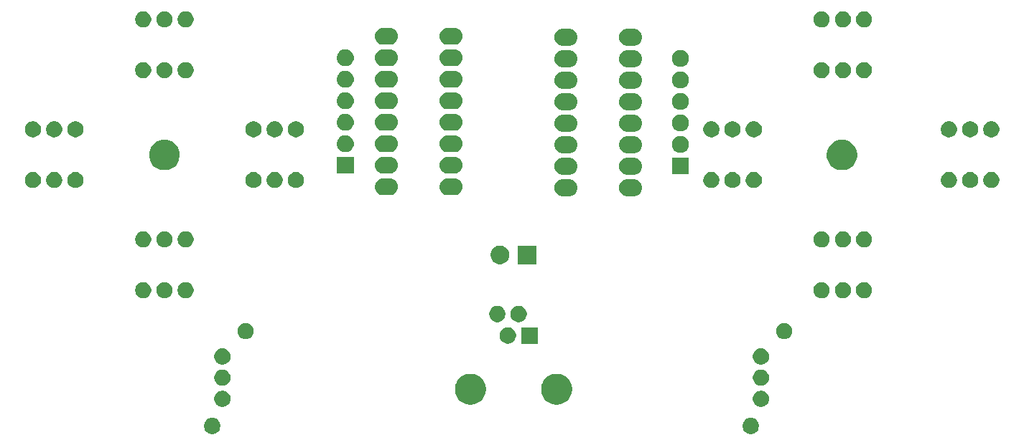
<source format=gbr>
G04 #@! TF.GenerationSoftware,KiCad,Pcbnew,5.1.5-52549c5~84~ubuntu19.10.1*
G04 #@! TF.CreationDate,2020-01-22T18:32:37-06:00*
G04 #@! TF.ProjectId,JudgeBoard,4a756467-6542-46f6-9172-642e6b696361,rev?*
G04 #@! TF.SameCoordinates,PXc9538d0PY6d58ad0*
G04 #@! TF.FileFunction,Soldermask,Bot*
G04 #@! TF.FilePolarity,Negative*
%FSLAX46Y46*%
G04 Gerber Fmt 4.6, Leading zero omitted, Abs format (unit mm)*
G04 Created by KiCad (PCBNEW 5.1.5-52549c5~84~ubuntu19.10.1) date 2020-01-22 18:32:37*
%MOMM*%
%LPD*%
G04 APERTURE LIST*
%ADD10C,0.100000*%
G04 APERTURE END LIST*
D10*
G36*
X-30923396Y3711032D02*
G01*
X-30835858Y3674772D01*
X-30748322Y3638514D01*
X-30748321Y3638513D01*
X-30590763Y3533237D01*
X-30456763Y3399237D01*
X-30368993Y3267879D01*
X-30351486Y3241678D01*
X-30278968Y3066604D01*
X-30242000Y2880750D01*
X-30242000Y2691250D01*
X-30278968Y2505396D01*
X-30351486Y2330322D01*
X-30351487Y2330321D01*
X-30456763Y2172763D01*
X-30590763Y2038763D01*
X-30722121Y1950993D01*
X-30748322Y1933486D01*
X-30835858Y1897228D01*
X-30923396Y1860968D01*
X-31109250Y1824000D01*
X-31298750Y1824000D01*
X-31484604Y1860968D01*
X-31572142Y1897228D01*
X-31659678Y1933486D01*
X-31685879Y1950993D01*
X-31817237Y2038763D01*
X-31951237Y2172763D01*
X-32056513Y2330321D01*
X-32056514Y2330322D01*
X-32129032Y2505396D01*
X-32166000Y2691250D01*
X-32166000Y2880750D01*
X-32129032Y3066604D01*
X-32056514Y3241678D01*
X-32039007Y3267879D01*
X-31951237Y3399237D01*
X-31817237Y3533237D01*
X-31659679Y3638513D01*
X-31659678Y3638514D01*
X-31572142Y3674772D01*
X-31484604Y3711032D01*
X-31298750Y3748000D01*
X-31109250Y3748000D01*
X-30923396Y3711032D01*
G37*
G36*
X-94423396Y3711032D02*
G01*
X-94335858Y3674772D01*
X-94248322Y3638514D01*
X-94248321Y3638513D01*
X-94090763Y3533237D01*
X-93956763Y3399237D01*
X-93868993Y3267879D01*
X-93851486Y3241678D01*
X-93815228Y3154142D01*
X-93778968Y3066604D01*
X-93742000Y2880750D01*
X-93742000Y2691250D01*
X-93778968Y2505396D01*
X-93851486Y2330322D01*
X-93851487Y2330321D01*
X-93956763Y2172763D01*
X-94090763Y2038763D01*
X-94222121Y1950993D01*
X-94248322Y1933486D01*
X-94335858Y1897228D01*
X-94423396Y1860968D01*
X-94609250Y1824000D01*
X-94798750Y1824000D01*
X-94984604Y1860968D01*
X-95072142Y1897228D01*
X-95159678Y1933486D01*
X-95185879Y1950993D01*
X-95317237Y2038763D01*
X-95451237Y2172763D01*
X-95556513Y2330321D01*
X-95556514Y2330322D01*
X-95629032Y2505396D01*
X-95666000Y2691250D01*
X-95666000Y2880750D01*
X-95629032Y3066604D01*
X-95556514Y3241678D01*
X-95539007Y3267879D01*
X-95451237Y3399237D01*
X-95317237Y3533237D01*
X-95159679Y3638513D01*
X-95159678Y3638514D01*
X-95072142Y3674772D01*
X-94984604Y3711032D01*
X-94798750Y3748000D01*
X-94609250Y3748000D01*
X-94423396Y3711032D01*
G37*
G36*
X-29723396Y6911032D02*
G01*
X-29548322Y6838514D01*
X-29548321Y6838513D01*
X-29390763Y6733237D01*
X-29256763Y6599237D01*
X-29168993Y6467879D01*
X-29151486Y6441678D01*
X-29115228Y6354142D01*
X-29078968Y6266604D01*
X-29042000Y6080750D01*
X-29042000Y5891250D01*
X-29078968Y5705396D01*
X-29084339Y5692430D01*
X-29151486Y5530322D01*
X-29151487Y5530321D01*
X-29256763Y5372763D01*
X-29390763Y5238763D01*
X-29522121Y5150993D01*
X-29548322Y5133486D01*
X-29723396Y5060968D01*
X-29909250Y5024000D01*
X-30098750Y5024000D01*
X-30284604Y5060968D01*
X-30372142Y5097228D01*
X-30459678Y5133486D01*
X-30485879Y5150993D01*
X-30617237Y5238763D01*
X-30751237Y5372763D01*
X-30856513Y5530321D01*
X-30856514Y5530322D01*
X-30923661Y5692430D01*
X-30929032Y5705396D01*
X-30966000Y5891250D01*
X-30966000Y6080750D01*
X-30929032Y6266604D01*
X-30892772Y6354142D01*
X-30856514Y6441678D01*
X-30839007Y6467879D01*
X-30751237Y6599237D01*
X-30617237Y6733237D01*
X-30459679Y6838513D01*
X-30459678Y6838514D01*
X-30372142Y6874772D01*
X-30284604Y6911032D01*
X-30098750Y6948000D01*
X-29909250Y6948000D01*
X-29723396Y6911032D01*
G37*
G36*
X-93223396Y6911032D02*
G01*
X-93048322Y6838514D01*
X-93048321Y6838513D01*
X-92890763Y6733237D01*
X-92756763Y6599237D01*
X-92668993Y6467879D01*
X-92651486Y6441678D01*
X-92578968Y6266604D01*
X-92542000Y6080750D01*
X-92542000Y5891250D01*
X-92578968Y5705396D01*
X-92584339Y5692430D01*
X-92651486Y5530322D01*
X-92651487Y5530321D01*
X-92756763Y5372763D01*
X-92890763Y5238763D01*
X-93022121Y5150993D01*
X-93048322Y5133486D01*
X-93223396Y5060968D01*
X-93409250Y5024000D01*
X-93598750Y5024000D01*
X-93784604Y5060968D01*
X-93872142Y5097228D01*
X-93959678Y5133486D01*
X-93985879Y5150993D01*
X-94117237Y5238763D01*
X-94251237Y5372763D01*
X-94356513Y5530321D01*
X-94356514Y5530322D01*
X-94423661Y5692430D01*
X-94429032Y5705396D01*
X-94466000Y5891250D01*
X-94466000Y6080750D01*
X-94429032Y6266604D01*
X-94392772Y6354142D01*
X-94356514Y6441678D01*
X-94339007Y6467879D01*
X-94251237Y6599237D01*
X-94117237Y6733237D01*
X-93959679Y6838513D01*
X-93959678Y6838514D01*
X-93872142Y6874772D01*
X-93784604Y6911032D01*
X-93598750Y6948000D01*
X-93409250Y6948000D01*
X-93223396Y6911032D01*
G37*
G36*
X-53733960Y8899933D02*
G01*
X-53557667Y8864866D01*
X-53420096Y8807882D01*
X-53225540Y8727295D01*
X-52926631Y8527570D01*
X-52672430Y8273369D01*
X-52472705Y7974460D01*
X-52430581Y7872763D01*
X-52335134Y7642333D01*
X-52311596Y7524000D01*
X-52265000Y7289748D01*
X-52265000Y6930252D01*
X-52283248Y6838514D01*
X-52330843Y6599237D01*
X-52335134Y6577668D01*
X-52472705Y6245540D01*
X-52672430Y5946631D01*
X-52926631Y5692430D01*
X-53225540Y5492705D01*
X-53420096Y5412118D01*
X-53557667Y5355134D01*
X-53733960Y5320067D01*
X-53910252Y5285000D01*
X-54269748Y5285000D01*
X-54446040Y5320067D01*
X-54622333Y5355134D01*
X-54759904Y5412118D01*
X-54954460Y5492705D01*
X-55253369Y5692430D01*
X-55507570Y5946631D01*
X-55707295Y6245540D01*
X-55844866Y6577668D01*
X-55849156Y6599237D01*
X-55896752Y6838514D01*
X-55915000Y6930252D01*
X-55915000Y7289748D01*
X-55868404Y7524000D01*
X-55844866Y7642333D01*
X-55749419Y7872763D01*
X-55707295Y7974460D01*
X-55507570Y8273369D01*
X-55253369Y8527570D01*
X-54954460Y8727295D01*
X-54759904Y8807882D01*
X-54622333Y8864866D01*
X-54446040Y8899933D01*
X-54269748Y8935000D01*
X-53910252Y8935000D01*
X-53733960Y8899933D01*
G37*
G36*
X-63893960Y8899933D02*
G01*
X-63717667Y8864866D01*
X-63580096Y8807882D01*
X-63385540Y8727295D01*
X-63086631Y8527570D01*
X-62832430Y8273369D01*
X-62632705Y7974460D01*
X-62590581Y7872763D01*
X-62495134Y7642333D01*
X-62471596Y7524000D01*
X-62425000Y7289748D01*
X-62425000Y6930252D01*
X-62443248Y6838514D01*
X-62490843Y6599237D01*
X-62495134Y6577668D01*
X-62632705Y6245540D01*
X-62832430Y5946631D01*
X-63086631Y5692430D01*
X-63385540Y5492705D01*
X-63580096Y5412118D01*
X-63717667Y5355134D01*
X-63893960Y5320067D01*
X-64070252Y5285000D01*
X-64429748Y5285000D01*
X-64606040Y5320067D01*
X-64782333Y5355134D01*
X-64919904Y5412118D01*
X-65114460Y5492705D01*
X-65413369Y5692430D01*
X-65667570Y5946631D01*
X-65867295Y6245540D01*
X-66004866Y6577668D01*
X-66009156Y6599237D01*
X-66056752Y6838514D01*
X-66075000Y6930252D01*
X-66075000Y7289748D01*
X-66028404Y7524000D01*
X-66004866Y7642333D01*
X-65909419Y7872763D01*
X-65867295Y7974460D01*
X-65667570Y8273369D01*
X-65413369Y8527570D01*
X-65114460Y8727295D01*
X-64919904Y8807882D01*
X-64782333Y8864866D01*
X-64606040Y8899933D01*
X-64429748Y8935000D01*
X-64070252Y8935000D01*
X-63893960Y8899933D01*
G37*
G36*
X-29723396Y9411032D02*
G01*
X-29548322Y9338514D01*
X-29548321Y9338513D01*
X-29390763Y9233237D01*
X-29256763Y9099237D01*
X-29168993Y8967879D01*
X-29151486Y8941678D01*
X-29148720Y8935000D01*
X-29078968Y8766604D01*
X-29042000Y8580750D01*
X-29042000Y8391250D01*
X-29078968Y8205396D01*
X-29151486Y8030322D01*
X-29151487Y8030321D01*
X-29256763Y7872763D01*
X-29390763Y7738763D01*
X-29522121Y7650993D01*
X-29548322Y7633486D01*
X-29635858Y7597228D01*
X-29723396Y7560968D01*
X-29909250Y7524000D01*
X-30098750Y7524000D01*
X-30284604Y7560968D01*
X-30459678Y7633486D01*
X-30485879Y7650993D01*
X-30617237Y7738763D01*
X-30751237Y7872763D01*
X-30856513Y8030321D01*
X-30856514Y8030322D01*
X-30929032Y8205396D01*
X-30966000Y8391250D01*
X-30966000Y8580750D01*
X-30929032Y8766604D01*
X-30859280Y8935000D01*
X-30856514Y8941678D01*
X-30839007Y8967879D01*
X-30751237Y9099237D01*
X-30617237Y9233237D01*
X-30459679Y9338513D01*
X-30459678Y9338514D01*
X-30284604Y9411032D01*
X-30098750Y9448000D01*
X-29909250Y9448000D01*
X-29723396Y9411032D01*
G37*
G36*
X-93223396Y9411032D02*
G01*
X-93048322Y9338514D01*
X-93048321Y9338513D01*
X-92890763Y9233237D01*
X-92756763Y9099237D01*
X-92668993Y8967879D01*
X-92651486Y8941678D01*
X-92648720Y8935000D01*
X-92578968Y8766604D01*
X-92542000Y8580750D01*
X-92542000Y8391250D01*
X-92578968Y8205396D01*
X-92651486Y8030322D01*
X-92651487Y8030321D01*
X-92756763Y7872763D01*
X-92890763Y7738763D01*
X-93022121Y7650993D01*
X-93048322Y7633486D01*
X-93135858Y7597228D01*
X-93223396Y7560968D01*
X-93409250Y7524000D01*
X-93598750Y7524000D01*
X-93784604Y7560968D01*
X-93959678Y7633486D01*
X-93985879Y7650993D01*
X-94117237Y7738763D01*
X-94251237Y7872763D01*
X-94356513Y8030321D01*
X-94356514Y8030322D01*
X-94392772Y8117858D01*
X-94429032Y8205396D01*
X-94466000Y8391250D01*
X-94466000Y8580750D01*
X-94429032Y8766604D01*
X-94359280Y8935000D01*
X-94356514Y8941678D01*
X-94339007Y8967879D01*
X-94251237Y9099237D01*
X-94117237Y9233237D01*
X-93959679Y9338513D01*
X-93959678Y9338514D01*
X-93784604Y9411032D01*
X-93598750Y9448000D01*
X-93409250Y9448000D01*
X-93223396Y9411032D01*
G37*
G36*
X-29723396Y11911032D02*
G01*
X-29635858Y11874772D01*
X-29548322Y11838514D01*
X-29548321Y11838513D01*
X-29390763Y11733237D01*
X-29256763Y11599237D01*
X-29168993Y11467879D01*
X-29151486Y11441678D01*
X-29115228Y11354142D01*
X-29078968Y11266604D01*
X-29042000Y11080750D01*
X-29042000Y10891250D01*
X-29078968Y10705396D01*
X-29151486Y10530322D01*
X-29151487Y10530321D01*
X-29256763Y10372763D01*
X-29390763Y10238763D01*
X-29522121Y10150993D01*
X-29548322Y10133486D01*
X-29635858Y10097228D01*
X-29723396Y10060968D01*
X-29909250Y10024000D01*
X-30098750Y10024000D01*
X-30284604Y10060968D01*
X-30372142Y10097228D01*
X-30459678Y10133486D01*
X-30485879Y10150993D01*
X-30617237Y10238763D01*
X-30751237Y10372763D01*
X-30856513Y10530321D01*
X-30856514Y10530322D01*
X-30929032Y10705396D01*
X-30966000Y10891250D01*
X-30966000Y11080750D01*
X-30929032Y11266604D01*
X-30892772Y11354142D01*
X-30856514Y11441678D01*
X-30839007Y11467879D01*
X-30751237Y11599237D01*
X-30617237Y11733237D01*
X-30459679Y11838513D01*
X-30459678Y11838514D01*
X-30372142Y11874772D01*
X-30284604Y11911032D01*
X-30098750Y11948000D01*
X-29909250Y11948000D01*
X-29723396Y11911032D01*
G37*
G36*
X-93223396Y11911032D02*
G01*
X-93135858Y11874772D01*
X-93048322Y11838514D01*
X-93048321Y11838513D01*
X-92890763Y11733237D01*
X-92756763Y11599237D01*
X-92668993Y11467879D01*
X-92651486Y11441678D01*
X-92615228Y11354142D01*
X-92578968Y11266604D01*
X-92542000Y11080750D01*
X-92542000Y10891250D01*
X-92578968Y10705396D01*
X-92651486Y10530322D01*
X-92651487Y10530321D01*
X-92756763Y10372763D01*
X-92890763Y10238763D01*
X-93022121Y10150993D01*
X-93048322Y10133486D01*
X-93135858Y10097228D01*
X-93223396Y10060968D01*
X-93409250Y10024000D01*
X-93598750Y10024000D01*
X-93784604Y10060968D01*
X-93872142Y10097228D01*
X-93959678Y10133486D01*
X-93985879Y10150993D01*
X-94117237Y10238763D01*
X-94251237Y10372763D01*
X-94356513Y10530321D01*
X-94356514Y10530322D01*
X-94429032Y10705396D01*
X-94466000Y10891250D01*
X-94466000Y11080750D01*
X-94429032Y11266604D01*
X-94392772Y11354142D01*
X-94356514Y11441678D01*
X-94339007Y11467879D01*
X-94251237Y11599237D01*
X-94117237Y11733237D01*
X-93959679Y11838513D01*
X-93959678Y11838514D01*
X-93872142Y11874772D01*
X-93784604Y11911032D01*
X-93598750Y11948000D01*
X-93409250Y11948000D01*
X-93223396Y11911032D01*
G37*
G36*
X-59652713Y14401554D02*
G01*
X-59559978Y14383108D01*
X-59385269Y14310741D01*
X-59228036Y14205681D01*
X-59094319Y14071964D01*
X-58989259Y13914731D01*
X-58916892Y13740022D01*
X-58880000Y13554552D01*
X-58880000Y13365448D01*
X-58916892Y13179978D01*
X-58989259Y13005269D01*
X-59094319Y12848036D01*
X-59228036Y12714319D01*
X-59385269Y12609259D01*
X-59559978Y12536892D01*
X-59652713Y12518446D01*
X-59745447Y12500000D01*
X-59934553Y12500000D01*
X-60027287Y12518446D01*
X-60120022Y12536892D01*
X-60294731Y12609259D01*
X-60451964Y12714319D01*
X-60585681Y12848036D01*
X-60690741Y13005269D01*
X-60763108Y13179978D01*
X-60800000Y13365448D01*
X-60800000Y13554552D01*
X-60763108Y13740022D01*
X-60690741Y13914731D01*
X-60585681Y14071964D01*
X-60451964Y14205681D01*
X-60294731Y14310741D01*
X-60120022Y14383108D01*
X-60027287Y14401554D01*
X-59934553Y14420000D01*
X-59745447Y14420000D01*
X-59652713Y14401554D01*
G37*
G36*
X-56310000Y12500000D02*
G01*
X-58230000Y12500000D01*
X-58230000Y14420000D01*
X-56310000Y14420000D01*
X-56310000Y12500000D01*
G37*
G36*
X-26973396Y14911032D02*
G01*
X-26798322Y14838514D01*
X-26798321Y14838513D01*
X-26640763Y14733237D01*
X-26506763Y14599237D01*
X-26418993Y14467879D01*
X-26401486Y14441678D01*
X-26392507Y14420000D01*
X-26328968Y14266604D01*
X-26292000Y14080750D01*
X-26292000Y13891250D01*
X-26328968Y13705396D01*
X-26401486Y13530322D01*
X-26401487Y13530321D01*
X-26506763Y13372763D01*
X-26640763Y13238763D01*
X-26772121Y13150993D01*
X-26798322Y13133486D01*
X-26885858Y13097228D01*
X-26973396Y13060968D01*
X-27159250Y13024000D01*
X-27348750Y13024000D01*
X-27534604Y13060968D01*
X-27622142Y13097228D01*
X-27709678Y13133486D01*
X-27735879Y13150993D01*
X-27867237Y13238763D01*
X-28001237Y13372763D01*
X-28106513Y13530321D01*
X-28106514Y13530322D01*
X-28179032Y13705396D01*
X-28216000Y13891250D01*
X-28216000Y14080750D01*
X-28179032Y14266604D01*
X-28115493Y14420000D01*
X-28106514Y14441678D01*
X-28089007Y14467879D01*
X-28001237Y14599237D01*
X-27867237Y14733237D01*
X-27709679Y14838513D01*
X-27709678Y14838514D01*
X-27534604Y14911032D01*
X-27348750Y14948000D01*
X-27159250Y14948000D01*
X-26973396Y14911032D01*
G37*
G36*
X-90473396Y14911032D02*
G01*
X-90298322Y14838514D01*
X-90298321Y14838513D01*
X-90140763Y14733237D01*
X-90006763Y14599237D01*
X-89918993Y14467879D01*
X-89901486Y14441678D01*
X-89892507Y14420000D01*
X-89828968Y14266604D01*
X-89792000Y14080750D01*
X-89792000Y13891250D01*
X-89828968Y13705396D01*
X-89901486Y13530322D01*
X-89901487Y13530321D01*
X-90006763Y13372763D01*
X-90140763Y13238763D01*
X-90272121Y13150993D01*
X-90298322Y13133486D01*
X-90385858Y13097228D01*
X-90473396Y13060968D01*
X-90659250Y13024000D01*
X-90848750Y13024000D01*
X-91034604Y13060968D01*
X-91122142Y13097228D01*
X-91209678Y13133486D01*
X-91235879Y13150993D01*
X-91367237Y13238763D01*
X-91501237Y13372763D01*
X-91606513Y13530321D01*
X-91606514Y13530322D01*
X-91642772Y13617858D01*
X-91679032Y13705396D01*
X-91716000Y13891250D01*
X-91716000Y14080750D01*
X-91679032Y14266604D01*
X-91615493Y14420000D01*
X-91606514Y14441678D01*
X-91589007Y14467879D01*
X-91501237Y14599237D01*
X-91367237Y14733237D01*
X-91209679Y14838513D01*
X-91209678Y14838514D01*
X-91034604Y14911032D01*
X-90848750Y14948000D01*
X-90659250Y14948000D01*
X-90473396Y14911032D01*
G37*
G36*
X-58382713Y16941554D02*
G01*
X-58289978Y16923108D01*
X-58115269Y16850741D01*
X-57958036Y16745681D01*
X-57824319Y16611964D01*
X-57719259Y16454731D01*
X-57646892Y16280022D01*
X-57610000Y16094552D01*
X-57610000Y15905448D01*
X-57646892Y15719978D01*
X-57719259Y15545269D01*
X-57824319Y15388036D01*
X-57958036Y15254319D01*
X-58115269Y15149259D01*
X-58289978Y15076892D01*
X-58382713Y15058446D01*
X-58475447Y15040000D01*
X-58664553Y15040000D01*
X-58757287Y15058446D01*
X-58850022Y15076892D01*
X-59024731Y15149259D01*
X-59181964Y15254319D01*
X-59315681Y15388036D01*
X-59420741Y15545269D01*
X-59493108Y15719978D01*
X-59530000Y15905448D01*
X-59530000Y16094552D01*
X-59493108Y16280022D01*
X-59420741Y16454731D01*
X-59315681Y16611964D01*
X-59181964Y16745681D01*
X-59024731Y16850741D01*
X-58850022Y16923108D01*
X-58757287Y16941554D01*
X-58664553Y16960000D01*
X-58475447Y16960000D01*
X-58382713Y16941554D01*
G37*
G36*
X-60892713Y16941554D02*
G01*
X-60799978Y16923108D01*
X-60625269Y16850741D01*
X-60468036Y16745681D01*
X-60334319Y16611964D01*
X-60229259Y16454731D01*
X-60156892Y16280022D01*
X-60120000Y16094552D01*
X-60120000Y15905448D01*
X-60156892Y15719978D01*
X-60229259Y15545269D01*
X-60334319Y15388036D01*
X-60468036Y15254319D01*
X-60625269Y15149259D01*
X-60799978Y15076892D01*
X-60892713Y15058446D01*
X-60985447Y15040000D01*
X-61174553Y15040000D01*
X-61267287Y15058446D01*
X-61360022Y15076892D01*
X-61534731Y15149259D01*
X-61691964Y15254319D01*
X-61825681Y15388036D01*
X-61930741Y15545269D01*
X-62003108Y15719978D01*
X-62040000Y15905448D01*
X-62040000Y16094552D01*
X-62003108Y16280022D01*
X-61930741Y16454731D01*
X-61825681Y16611964D01*
X-61691964Y16745681D01*
X-61534731Y16850741D01*
X-61360022Y16923108D01*
X-61267287Y16941554D01*
X-61174553Y16960000D01*
X-60985447Y16960000D01*
X-60892713Y16941554D01*
G37*
G36*
X-22658664Y19757746D02*
G01*
X-22566895Y19739492D01*
X-22394006Y19667879D01*
X-22238410Y19563913D01*
X-22106087Y19431590D01*
X-22002121Y19275994D01*
X-21930508Y19103105D01*
X-21894000Y18919567D01*
X-21894000Y18732433D01*
X-21930508Y18548895D01*
X-22002121Y18376006D01*
X-22106087Y18220410D01*
X-22238410Y18088087D01*
X-22394006Y17984121D01*
X-22566895Y17912508D01*
X-22658664Y17894254D01*
X-22750432Y17876000D01*
X-22937568Y17876000D01*
X-23029336Y17894254D01*
X-23121105Y17912508D01*
X-23293994Y17984121D01*
X-23449590Y18088087D01*
X-23581913Y18220410D01*
X-23685879Y18376006D01*
X-23757492Y18548895D01*
X-23794000Y18732433D01*
X-23794000Y18919567D01*
X-23757492Y19103105D01*
X-23685879Y19275994D01*
X-23581913Y19431590D01*
X-23449590Y19563913D01*
X-23293994Y19667879D01*
X-23121105Y19739492D01*
X-23029336Y19757746D01*
X-22937568Y19776000D01*
X-22750432Y19776000D01*
X-22658664Y19757746D01*
G37*
G36*
X-20158664Y19757746D02*
G01*
X-20066895Y19739492D01*
X-19894006Y19667879D01*
X-19738410Y19563913D01*
X-19606087Y19431590D01*
X-19502121Y19275994D01*
X-19430508Y19103105D01*
X-19394000Y18919567D01*
X-19394000Y18732433D01*
X-19430508Y18548895D01*
X-19502121Y18376006D01*
X-19606087Y18220410D01*
X-19738410Y18088087D01*
X-19894006Y17984121D01*
X-20066895Y17912508D01*
X-20158664Y17894254D01*
X-20250432Y17876000D01*
X-20437568Y17876000D01*
X-20529336Y17894254D01*
X-20621105Y17912508D01*
X-20793994Y17984121D01*
X-20949590Y18088087D01*
X-21081913Y18220410D01*
X-21185879Y18376006D01*
X-21257492Y18548895D01*
X-21294000Y18732433D01*
X-21294000Y18919567D01*
X-21257492Y19103105D01*
X-21185879Y19275994D01*
X-21081913Y19431590D01*
X-20949590Y19563913D01*
X-20793994Y19667879D01*
X-20621105Y19739492D01*
X-20529336Y19757746D01*
X-20437568Y19776000D01*
X-20250432Y19776000D01*
X-20158664Y19757746D01*
G37*
G36*
X-17658664Y19757746D02*
G01*
X-17566895Y19739492D01*
X-17394006Y19667879D01*
X-17238410Y19563913D01*
X-17106087Y19431590D01*
X-17002121Y19275994D01*
X-16930508Y19103105D01*
X-16894000Y18919567D01*
X-16894000Y18732433D01*
X-16930508Y18548895D01*
X-17002121Y18376006D01*
X-17106087Y18220410D01*
X-17238410Y18088087D01*
X-17394006Y17984121D01*
X-17566895Y17912508D01*
X-17658664Y17894254D01*
X-17750432Y17876000D01*
X-17937568Y17876000D01*
X-18029336Y17894254D01*
X-18121105Y17912508D01*
X-18293994Y17984121D01*
X-18449590Y18088087D01*
X-18581913Y18220410D01*
X-18685879Y18376006D01*
X-18757492Y18548895D01*
X-18794000Y18732433D01*
X-18794000Y18919567D01*
X-18757492Y19103105D01*
X-18685879Y19275994D01*
X-18581913Y19431590D01*
X-18449590Y19563913D01*
X-18293994Y19667879D01*
X-18121105Y19739492D01*
X-18029336Y19757746D01*
X-17937568Y19776000D01*
X-17750432Y19776000D01*
X-17658664Y19757746D01*
G37*
G36*
X-102658664Y19757746D02*
G01*
X-102566895Y19739492D01*
X-102394006Y19667879D01*
X-102238410Y19563913D01*
X-102106087Y19431590D01*
X-102002121Y19275994D01*
X-101930508Y19103105D01*
X-101894000Y18919567D01*
X-101894000Y18732433D01*
X-101930508Y18548895D01*
X-102002121Y18376006D01*
X-102106087Y18220410D01*
X-102238410Y18088087D01*
X-102394006Y17984121D01*
X-102566895Y17912508D01*
X-102658664Y17894254D01*
X-102750432Y17876000D01*
X-102937568Y17876000D01*
X-103029336Y17894254D01*
X-103121105Y17912508D01*
X-103293994Y17984121D01*
X-103449590Y18088087D01*
X-103581913Y18220410D01*
X-103685879Y18376006D01*
X-103757492Y18548895D01*
X-103794000Y18732433D01*
X-103794000Y18919567D01*
X-103757492Y19103105D01*
X-103685879Y19275994D01*
X-103581913Y19431590D01*
X-103449590Y19563913D01*
X-103293994Y19667879D01*
X-103121105Y19739492D01*
X-103029336Y19757746D01*
X-102937568Y19776000D01*
X-102750432Y19776000D01*
X-102658664Y19757746D01*
G37*
G36*
X-100158664Y19757746D02*
G01*
X-100066895Y19739492D01*
X-99894006Y19667879D01*
X-99738410Y19563913D01*
X-99606087Y19431590D01*
X-99502121Y19275994D01*
X-99430508Y19103105D01*
X-99394000Y18919567D01*
X-99394000Y18732433D01*
X-99430508Y18548895D01*
X-99502121Y18376006D01*
X-99606087Y18220410D01*
X-99738410Y18088087D01*
X-99894006Y17984121D01*
X-100066895Y17912508D01*
X-100158664Y17894254D01*
X-100250432Y17876000D01*
X-100437568Y17876000D01*
X-100529336Y17894254D01*
X-100621105Y17912508D01*
X-100793994Y17984121D01*
X-100949590Y18088087D01*
X-101081913Y18220410D01*
X-101185879Y18376006D01*
X-101257492Y18548895D01*
X-101294000Y18732433D01*
X-101294000Y18919567D01*
X-101257492Y19103105D01*
X-101185879Y19275994D01*
X-101081913Y19431590D01*
X-100949590Y19563913D01*
X-100793994Y19667879D01*
X-100621105Y19739492D01*
X-100529336Y19757746D01*
X-100437568Y19776000D01*
X-100250432Y19776000D01*
X-100158664Y19757746D01*
G37*
G36*
X-97658664Y19757746D02*
G01*
X-97566895Y19739492D01*
X-97394006Y19667879D01*
X-97238410Y19563913D01*
X-97106087Y19431590D01*
X-97002121Y19275994D01*
X-96930508Y19103105D01*
X-96894000Y18919567D01*
X-96894000Y18732433D01*
X-96930508Y18548895D01*
X-97002121Y18376006D01*
X-97106087Y18220410D01*
X-97238410Y18088087D01*
X-97394006Y17984121D01*
X-97566895Y17912508D01*
X-97658664Y17894254D01*
X-97750432Y17876000D01*
X-97937568Y17876000D01*
X-98029336Y17894254D01*
X-98121105Y17912508D01*
X-98293994Y17984121D01*
X-98449590Y18088087D01*
X-98581913Y18220410D01*
X-98685879Y18376006D01*
X-98757492Y18548895D01*
X-98794000Y18732433D01*
X-98794000Y18919567D01*
X-98757492Y19103105D01*
X-98685879Y19275994D01*
X-98581913Y19431590D01*
X-98449590Y19563913D01*
X-98293994Y19667879D01*
X-98121105Y19739492D01*
X-98029336Y19757746D01*
X-97937568Y19776000D01*
X-97750432Y19776000D01*
X-97658664Y19757746D01*
G37*
G36*
X-60469143Y24057728D02*
G01*
X-60291441Y23984121D01*
X-60268955Y23974807D01*
X-60178262Y23914208D01*
X-60088792Y23854426D01*
X-59935574Y23701208D01*
X-59815192Y23521043D01*
X-59732272Y23320857D01*
X-59690000Y23108342D01*
X-59690000Y22891658D01*
X-59732272Y22679143D01*
X-59815192Y22478957D01*
X-59815193Y22478955D01*
X-59935575Y22298791D01*
X-60088791Y22145575D01*
X-60268955Y22025193D01*
X-60268956Y22025192D01*
X-60268957Y22025192D01*
X-60469143Y21942272D01*
X-60681658Y21900000D01*
X-60898342Y21900000D01*
X-61110857Y21942272D01*
X-61311043Y22025192D01*
X-61311044Y22025192D01*
X-61311045Y22025193D01*
X-61491209Y22145575D01*
X-61644425Y22298791D01*
X-61764807Y22478955D01*
X-61764808Y22478957D01*
X-61847728Y22679143D01*
X-61890000Y22891658D01*
X-61890000Y23108342D01*
X-61847728Y23320857D01*
X-61764808Y23521043D01*
X-61644426Y23701208D01*
X-61491208Y23854426D01*
X-61401738Y23914208D01*
X-61311045Y23974807D01*
X-61288559Y23984121D01*
X-61110857Y24057728D01*
X-60898342Y24100000D01*
X-60681658Y24100000D01*
X-60469143Y24057728D01*
G37*
G36*
X-56450000Y21900000D02*
G01*
X-58650000Y21900000D01*
X-58650000Y24100000D01*
X-56450000Y24100000D01*
X-56450000Y21900000D01*
G37*
G36*
X-22658664Y25757746D02*
G01*
X-22566895Y25739492D01*
X-22394006Y25667879D01*
X-22238410Y25563913D01*
X-22106087Y25431590D01*
X-22002121Y25275994D01*
X-21930508Y25103105D01*
X-21894000Y24919567D01*
X-21894000Y24732433D01*
X-21930508Y24548895D01*
X-22002121Y24376006D01*
X-22106087Y24220410D01*
X-22238410Y24088087D01*
X-22394006Y23984121D01*
X-22566895Y23912508D01*
X-22658664Y23894254D01*
X-22750432Y23876000D01*
X-22937568Y23876000D01*
X-23029336Y23894254D01*
X-23121105Y23912508D01*
X-23293994Y23984121D01*
X-23449590Y24088087D01*
X-23581913Y24220410D01*
X-23685879Y24376006D01*
X-23757492Y24548895D01*
X-23794000Y24732433D01*
X-23794000Y24919567D01*
X-23757492Y25103105D01*
X-23685879Y25275994D01*
X-23581913Y25431590D01*
X-23449590Y25563913D01*
X-23293994Y25667879D01*
X-23121105Y25739492D01*
X-23029336Y25757746D01*
X-22937568Y25776000D01*
X-22750432Y25776000D01*
X-22658664Y25757746D01*
G37*
G36*
X-97658664Y25757746D02*
G01*
X-97566895Y25739492D01*
X-97394006Y25667879D01*
X-97238410Y25563913D01*
X-97106087Y25431590D01*
X-97002121Y25275994D01*
X-96930508Y25103105D01*
X-96894000Y24919567D01*
X-96894000Y24732433D01*
X-96930508Y24548895D01*
X-97002121Y24376006D01*
X-97106087Y24220410D01*
X-97238410Y24088087D01*
X-97394006Y23984121D01*
X-97566895Y23912508D01*
X-97658664Y23894254D01*
X-97750432Y23876000D01*
X-97937568Y23876000D01*
X-98029336Y23894254D01*
X-98121105Y23912508D01*
X-98293994Y23984121D01*
X-98449590Y24088087D01*
X-98581913Y24220410D01*
X-98685879Y24376006D01*
X-98757492Y24548895D01*
X-98794000Y24732433D01*
X-98794000Y24919567D01*
X-98757492Y25103105D01*
X-98685879Y25275994D01*
X-98581913Y25431590D01*
X-98449590Y25563913D01*
X-98293994Y25667879D01*
X-98121105Y25739492D01*
X-98029336Y25757746D01*
X-97937568Y25776000D01*
X-97750432Y25776000D01*
X-97658664Y25757746D01*
G37*
G36*
X-100158664Y25757746D02*
G01*
X-100066895Y25739492D01*
X-99894006Y25667879D01*
X-99738410Y25563913D01*
X-99606087Y25431590D01*
X-99502121Y25275994D01*
X-99430508Y25103105D01*
X-99394000Y24919567D01*
X-99394000Y24732433D01*
X-99430508Y24548895D01*
X-99502121Y24376006D01*
X-99606087Y24220410D01*
X-99738410Y24088087D01*
X-99894006Y23984121D01*
X-100066895Y23912508D01*
X-100158664Y23894254D01*
X-100250432Y23876000D01*
X-100437568Y23876000D01*
X-100529336Y23894254D01*
X-100621105Y23912508D01*
X-100793994Y23984121D01*
X-100949590Y24088087D01*
X-101081913Y24220410D01*
X-101185879Y24376006D01*
X-101257492Y24548895D01*
X-101294000Y24732433D01*
X-101294000Y24919567D01*
X-101257492Y25103105D01*
X-101185879Y25275994D01*
X-101081913Y25431590D01*
X-100949590Y25563913D01*
X-100793994Y25667879D01*
X-100621105Y25739492D01*
X-100529336Y25757746D01*
X-100437568Y25776000D01*
X-100250432Y25776000D01*
X-100158664Y25757746D01*
G37*
G36*
X-17658664Y25757746D02*
G01*
X-17566895Y25739492D01*
X-17394006Y25667879D01*
X-17238410Y25563913D01*
X-17106087Y25431590D01*
X-17002121Y25275994D01*
X-16930508Y25103105D01*
X-16894000Y24919567D01*
X-16894000Y24732433D01*
X-16930508Y24548895D01*
X-17002121Y24376006D01*
X-17106087Y24220410D01*
X-17238410Y24088087D01*
X-17394006Y23984121D01*
X-17566895Y23912508D01*
X-17658664Y23894254D01*
X-17750432Y23876000D01*
X-17937568Y23876000D01*
X-18029336Y23894254D01*
X-18121105Y23912508D01*
X-18293994Y23984121D01*
X-18449590Y24088087D01*
X-18581913Y24220410D01*
X-18685879Y24376006D01*
X-18757492Y24548895D01*
X-18794000Y24732433D01*
X-18794000Y24919567D01*
X-18757492Y25103105D01*
X-18685879Y25275994D01*
X-18581913Y25431590D01*
X-18449590Y25563913D01*
X-18293994Y25667879D01*
X-18121105Y25739492D01*
X-18029336Y25757746D01*
X-17937568Y25776000D01*
X-17750432Y25776000D01*
X-17658664Y25757746D01*
G37*
G36*
X-20158664Y25757746D02*
G01*
X-20066895Y25739492D01*
X-19894006Y25667879D01*
X-19738410Y25563913D01*
X-19606087Y25431590D01*
X-19502121Y25275994D01*
X-19430508Y25103105D01*
X-19394000Y24919567D01*
X-19394000Y24732433D01*
X-19430508Y24548895D01*
X-19502121Y24376006D01*
X-19606087Y24220410D01*
X-19738410Y24088087D01*
X-19894006Y23984121D01*
X-20066895Y23912508D01*
X-20158664Y23894254D01*
X-20250432Y23876000D01*
X-20437568Y23876000D01*
X-20529336Y23894254D01*
X-20621105Y23912508D01*
X-20793994Y23984121D01*
X-20949590Y24088087D01*
X-21081913Y24220410D01*
X-21185879Y24376006D01*
X-21257492Y24548895D01*
X-21294000Y24732433D01*
X-21294000Y24919567D01*
X-21257492Y25103105D01*
X-21185879Y25275994D01*
X-21081913Y25431590D01*
X-20949590Y25563913D01*
X-20793994Y25667879D01*
X-20621105Y25739492D01*
X-20529336Y25757746D01*
X-20437568Y25776000D01*
X-20250432Y25776000D01*
X-20158664Y25757746D01*
G37*
G36*
X-102658664Y25757746D02*
G01*
X-102566895Y25739492D01*
X-102394006Y25667879D01*
X-102238410Y25563913D01*
X-102106087Y25431590D01*
X-102002121Y25275994D01*
X-101930508Y25103105D01*
X-101894000Y24919567D01*
X-101894000Y24732433D01*
X-101930508Y24548895D01*
X-102002121Y24376006D01*
X-102106087Y24220410D01*
X-102238410Y24088087D01*
X-102394006Y23984121D01*
X-102566895Y23912508D01*
X-102658664Y23894254D01*
X-102750432Y23876000D01*
X-102937568Y23876000D01*
X-103029336Y23894254D01*
X-103121105Y23912508D01*
X-103293994Y23984121D01*
X-103449590Y24088087D01*
X-103581913Y24220410D01*
X-103685879Y24376006D01*
X-103757492Y24548895D01*
X-103794000Y24732433D01*
X-103794000Y24919567D01*
X-103757492Y25103105D01*
X-103685879Y25275994D01*
X-103581913Y25431590D01*
X-103449590Y25563913D01*
X-103293994Y25667879D01*
X-103121105Y25739492D01*
X-103029336Y25757746D01*
X-102937568Y25776000D01*
X-102750432Y25776000D01*
X-102658664Y25757746D01*
G37*
G36*
X-52453968Y31901531D02*
G01*
X-52359716Y31872940D01*
X-52265465Y31844349D01*
X-52265463Y31844348D01*
X-52091742Y31751493D01*
X-51939472Y31626528D01*
X-51814507Y31474258D01*
X-51721652Y31300537D01*
X-51664469Y31112032D01*
X-51645162Y30916000D01*
X-51664469Y30719968D01*
X-51721652Y30531463D01*
X-51814507Y30357742D01*
X-51939472Y30205472D01*
X-52091742Y30080507D01*
X-52265463Y29987652D01*
X-52265465Y29987651D01*
X-52359715Y29959061D01*
X-52453968Y29930469D01*
X-52600876Y29916000D01*
X-53399124Y29916000D01*
X-53546032Y29930469D01*
X-53640285Y29959061D01*
X-53734535Y29987651D01*
X-53734537Y29987652D01*
X-53908258Y30080507D01*
X-54060528Y30205472D01*
X-54185493Y30357742D01*
X-54278348Y30531463D01*
X-54335531Y30719968D01*
X-54354838Y30916000D01*
X-54335531Y31112032D01*
X-54278348Y31300537D01*
X-54185493Y31474258D01*
X-54060528Y31626528D01*
X-53908258Y31751493D01*
X-53734537Y31844348D01*
X-53734535Y31844349D01*
X-53640284Y31872940D01*
X-53546032Y31901531D01*
X-53399124Y31916000D01*
X-52600876Y31916000D01*
X-52453968Y31901531D01*
G37*
G36*
X-44833968Y31901531D02*
G01*
X-44739716Y31872940D01*
X-44645465Y31844349D01*
X-44645463Y31844348D01*
X-44471742Y31751493D01*
X-44319472Y31626528D01*
X-44194507Y31474258D01*
X-44101652Y31300537D01*
X-44044469Y31112032D01*
X-44025162Y30916000D01*
X-44044469Y30719968D01*
X-44101652Y30531463D01*
X-44194507Y30357742D01*
X-44319472Y30205472D01*
X-44471742Y30080507D01*
X-44645463Y29987652D01*
X-44645465Y29987651D01*
X-44739715Y29959061D01*
X-44833968Y29930469D01*
X-44980876Y29916000D01*
X-45779124Y29916000D01*
X-45926032Y29930469D01*
X-46020285Y29959061D01*
X-46114535Y29987651D01*
X-46114537Y29987652D01*
X-46288258Y30080507D01*
X-46440528Y30205472D01*
X-46565493Y30357742D01*
X-46658348Y30531463D01*
X-46715531Y30719968D01*
X-46734838Y30916000D01*
X-46715531Y31112032D01*
X-46658348Y31300537D01*
X-46565493Y31474258D01*
X-46440528Y31626528D01*
X-46288258Y31751493D01*
X-46114537Y31844348D01*
X-46114535Y31844349D01*
X-46020284Y31872940D01*
X-45926032Y31901531D01*
X-45779124Y31916000D01*
X-44980876Y31916000D01*
X-44833968Y31901531D01*
G37*
G36*
X-73613968Y32021531D02*
G01*
X-73519716Y31992940D01*
X-73425465Y31964349D01*
X-73425463Y31964348D01*
X-73251742Y31871493D01*
X-73099472Y31746528D01*
X-72974507Y31594258D01*
X-72881652Y31420537D01*
X-72881651Y31420535D01*
X-72853060Y31326284D01*
X-72824469Y31232032D01*
X-72805162Y31036000D01*
X-72824469Y30839968D01*
X-72881652Y30651463D01*
X-72974507Y30477742D01*
X-73099472Y30325472D01*
X-73251742Y30200507D01*
X-73425463Y30107652D01*
X-73425465Y30107651D01*
X-73514944Y30080508D01*
X-73613968Y30050469D01*
X-73760876Y30036000D01*
X-74559124Y30036000D01*
X-74706032Y30050469D01*
X-74805056Y30080508D01*
X-74894535Y30107651D01*
X-74894537Y30107652D01*
X-75068258Y30200507D01*
X-75220528Y30325472D01*
X-75345493Y30477742D01*
X-75438348Y30651463D01*
X-75495531Y30839968D01*
X-75514838Y31036000D01*
X-75495531Y31232032D01*
X-75466940Y31326284D01*
X-75438349Y31420535D01*
X-75438348Y31420537D01*
X-75345493Y31594258D01*
X-75220528Y31746528D01*
X-75068258Y31871493D01*
X-74894537Y31964348D01*
X-74894535Y31964349D01*
X-74800284Y31992940D01*
X-74706032Y32021531D01*
X-74559124Y32036000D01*
X-73760876Y32036000D01*
X-73613968Y32021531D01*
G37*
G36*
X-65993968Y32021531D02*
G01*
X-65899716Y31992940D01*
X-65805465Y31964349D01*
X-65805463Y31964348D01*
X-65631742Y31871493D01*
X-65479472Y31746528D01*
X-65354507Y31594258D01*
X-65261652Y31420537D01*
X-65261651Y31420535D01*
X-65233060Y31326284D01*
X-65204469Y31232032D01*
X-65185162Y31036000D01*
X-65204469Y30839968D01*
X-65261652Y30651463D01*
X-65354507Y30477742D01*
X-65479472Y30325472D01*
X-65631742Y30200507D01*
X-65805463Y30107652D01*
X-65805465Y30107651D01*
X-65894944Y30080508D01*
X-65993968Y30050469D01*
X-66140876Y30036000D01*
X-66939124Y30036000D01*
X-67086032Y30050469D01*
X-67185056Y30080508D01*
X-67274535Y30107651D01*
X-67274537Y30107652D01*
X-67448258Y30200507D01*
X-67600528Y30325472D01*
X-67725493Y30477742D01*
X-67818348Y30651463D01*
X-67875531Y30839968D01*
X-67894838Y31036000D01*
X-67875531Y31232032D01*
X-67846940Y31326284D01*
X-67818349Y31420535D01*
X-67818348Y31420537D01*
X-67725493Y31594258D01*
X-67600528Y31746528D01*
X-67448258Y31871493D01*
X-67274537Y31964348D01*
X-67274535Y31964349D01*
X-67180284Y31992940D01*
X-67086032Y32021531D01*
X-66939124Y32036000D01*
X-66140876Y32036000D01*
X-65993968Y32021531D01*
G37*
G36*
X-115658664Y32757746D02*
G01*
X-115566895Y32739492D01*
X-115394006Y32667879D01*
X-115238410Y32563913D01*
X-115106087Y32431590D01*
X-115002121Y32275994D01*
X-114930508Y32103105D01*
X-114930508Y32103104D01*
X-114902907Y31964348D01*
X-114894000Y31919567D01*
X-114894000Y31732433D01*
X-114930508Y31548895D01*
X-115002121Y31376006D01*
X-115106087Y31220410D01*
X-115238410Y31088087D01*
X-115394006Y30984121D01*
X-115566895Y30912508D01*
X-115658664Y30894254D01*
X-115750432Y30876000D01*
X-115937568Y30876000D01*
X-116029336Y30894254D01*
X-116121105Y30912508D01*
X-116293994Y30984121D01*
X-116449590Y31088087D01*
X-116581913Y31220410D01*
X-116685879Y31376006D01*
X-116757492Y31548895D01*
X-116794000Y31732433D01*
X-116794000Y31919567D01*
X-116785092Y31964348D01*
X-116757492Y32103104D01*
X-116757492Y32103105D01*
X-116685879Y32275994D01*
X-116581913Y32431590D01*
X-116449590Y32563913D01*
X-116293994Y32667879D01*
X-116121105Y32739492D01*
X-116029336Y32757746D01*
X-115937568Y32776000D01*
X-115750432Y32776000D01*
X-115658664Y32757746D01*
G37*
G36*
X-113158664Y32757746D02*
G01*
X-113066895Y32739492D01*
X-112894006Y32667879D01*
X-112738410Y32563913D01*
X-112606087Y32431590D01*
X-112502121Y32275994D01*
X-112430508Y32103105D01*
X-112430508Y32103104D01*
X-112402907Y31964348D01*
X-112394000Y31919567D01*
X-112394000Y31732433D01*
X-112430508Y31548895D01*
X-112502121Y31376006D01*
X-112606087Y31220410D01*
X-112738410Y31088087D01*
X-112894006Y30984121D01*
X-113066895Y30912508D01*
X-113158664Y30894254D01*
X-113250432Y30876000D01*
X-113437568Y30876000D01*
X-113529336Y30894254D01*
X-113621105Y30912508D01*
X-113793994Y30984121D01*
X-113949590Y31088087D01*
X-114081913Y31220410D01*
X-114185879Y31376006D01*
X-114257492Y31548895D01*
X-114294000Y31732433D01*
X-114294000Y31919567D01*
X-114285092Y31964348D01*
X-114257492Y32103104D01*
X-114257492Y32103105D01*
X-114185879Y32275994D01*
X-114081913Y32431590D01*
X-113949590Y32563913D01*
X-113793994Y32667879D01*
X-113621105Y32739492D01*
X-113529336Y32757746D01*
X-113437568Y32776000D01*
X-113250432Y32776000D01*
X-113158664Y32757746D01*
G37*
G36*
X-2658664Y32757746D02*
G01*
X-2566895Y32739492D01*
X-2394006Y32667879D01*
X-2238410Y32563913D01*
X-2106087Y32431590D01*
X-2002121Y32275994D01*
X-1930508Y32103105D01*
X-1930508Y32103104D01*
X-1902907Y31964348D01*
X-1894000Y31919567D01*
X-1894000Y31732433D01*
X-1930508Y31548895D01*
X-2002121Y31376006D01*
X-2106087Y31220410D01*
X-2238410Y31088087D01*
X-2394006Y30984121D01*
X-2566895Y30912508D01*
X-2658664Y30894254D01*
X-2750432Y30876000D01*
X-2937568Y30876000D01*
X-3029336Y30894254D01*
X-3121105Y30912508D01*
X-3293994Y30984121D01*
X-3449590Y31088087D01*
X-3581913Y31220410D01*
X-3685879Y31376006D01*
X-3757492Y31548895D01*
X-3794000Y31732433D01*
X-3794000Y31919567D01*
X-3785092Y31964348D01*
X-3757492Y32103104D01*
X-3757492Y32103105D01*
X-3685879Y32275994D01*
X-3581913Y32431590D01*
X-3449590Y32563913D01*
X-3293994Y32667879D01*
X-3121105Y32739492D01*
X-3029336Y32757746D01*
X-2937568Y32776000D01*
X-2750432Y32776000D01*
X-2658664Y32757746D01*
G37*
G36*
X-5158664Y32757746D02*
G01*
X-5066895Y32739492D01*
X-4894006Y32667879D01*
X-4738410Y32563913D01*
X-4606087Y32431590D01*
X-4502121Y32275994D01*
X-4430508Y32103105D01*
X-4430508Y32103104D01*
X-4402907Y31964348D01*
X-4394000Y31919567D01*
X-4394000Y31732433D01*
X-4430508Y31548895D01*
X-4502121Y31376006D01*
X-4606087Y31220410D01*
X-4738410Y31088087D01*
X-4894006Y30984121D01*
X-5066895Y30912508D01*
X-5158664Y30894254D01*
X-5250432Y30876000D01*
X-5437568Y30876000D01*
X-5529336Y30894254D01*
X-5621105Y30912508D01*
X-5793994Y30984121D01*
X-5949590Y31088087D01*
X-6081913Y31220410D01*
X-6185879Y31376006D01*
X-6257492Y31548895D01*
X-6294000Y31732433D01*
X-6294000Y31919567D01*
X-6285092Y31964348D01*
X-6257492Y32103104D01*
X-6257492Y32103105D01*
X-6185879Y32275994D01*
X-6081913Y32431590D01*
X-5949590Y32563913D01*
X-5793994Y32667879D01*
X-5621105Y32739492D01*
X-5529336Y32757746D01*
X-5437568Y32776000D01*
X-5250432Y32776000D01*
X-5158664Y32757746D01*
G37*
G36*
X-110658664Y32757746D02*
G01*
X-110566895Y32739492D01*
X-110394006Y32667879D01*
X-110238410Y32563913D01*
X-110106087Y32431590D01*
X-110002121Y32275994D01*
X-109930508Y32103105D01*
X-109930508Y32103104D01*
X-109902907Y31964348D01*
X-109894000Y31919567D01*
X-109894000Y31732433D01*
X-109930508Y31548895D01*
X-110002121Y31376006D01*
X-110106087Y31220410D01*
X-110238410Y31088087D01*
X-110394006Y30984121D01*
X-110566895Y30912508D01*
X-110658664Y30894254D01*
X-110750432Y30876000D01*
X-110937568Y30876000D01*
X-111029336Y30894254D01*
X-111121105Y30912508D01*
X-111293994Y30984121D01*
X-111449590Y31088087D01*
X-111581913Y31220410D01*
X-111685879Y31376006D01*
X-111757492Y31548895D01*
X-111794000Y31732433D01*
X-111794000Y31919567D01*
X-111785092Y31964348D01*
X-111757492Y32103104D01*
X-111757492Y32103105D01*
X-111685879Y32275994D01*
X-111581913Y32431590D01*
X-111449590Y32563913D01*
X-111293994Y32667879D01*
X-111121105Y32739492D01*
X-111029336Y32757746D01*
X-110937568Y32776000D01*
X-110750432Y32776000D01*
X-110658664Y32757746D01*
G37*
G36*
X-89658664Y32757746D02*
G01*
X-89566895Y32739492D01*
X-89394006Y32667879D01*
X-89238410Y32563913D01*
X-89106087Y32431590D01*
X-89002121Y32275994D01*
X-88930508Y32103105D01*
X-88930508Y32103104D01*
X-88902907Y31964348D01*
X-88894000Y31919567D01*
X-88894000Y31732433D01*
X-88930508Y31548895D01*
X-89002121Y31376006D01*
X-89106087Y31220410D01*
X-89238410Y31088087D01*
X-89394006Y30984121D01*
X-89566895Y30912508D01*
X-89658664Y30894254D01*
X-89750432Y30876000D01*
X-89937568Y30876000D01*
X-90029336Y30894254D01*
X-90121105Y30912508D01*
X-90293994Y30984121D01*
X-90449590Y31088087D01*
X-90581913Y31220410D01*
X-90685879Y31376006D01*
X-90757492Y31548895D01*
X-90794000Y31732433D01*
X-90794000Y31919567D01*
X-90785092Y31964348D01*
X-90757492Y32103104D01*
X-90757492Y32103105D01*
X-90685879Y32275994D01*
X-90581913Y32431590D01*
X-90449590Y32563913D01*
X-90293994Y32667879D01*
X-90121105Y32739492D01*
X-90029336Y32757746D01*
X-89937568Y32776000D01*
X-89750432Y32776000D01*
X-89658664Y32757746D01*
G37*
G36*
X-84658664Y32757746D02*
G01*
X-84566895Y32739492D01*
X-84394006Y32667879D01*
X-84238410Y32563913D01*
X-84106087Y32431590D01*
X-84002121Y32275994D01*
X-83930508Y32103105D01*
X-83930508Y32103104D01*
X-83902907Y31964348D01*
X-83894000Y31919567D01*
X-83894000Y31732433D01*
X-83930508Y31548895D01*
X-84002121Y31376006D01*
X-84106087Y31220410D01*
X-84238410Y31088087D01*
X-84394006Y30984121D01*
X-84566895Y30912508D01*
X-84658664Y30894254D01*
X-84750432Y30876000D01*
X-84937568Y30876000D01*
X-85029336Y30894254D01*
X-85121105Y30912508D01*
X-85293994Y30984121D01*
X-85449590Y31088087D01*
X-85581913Y31220410D01*
X-85685879Y31376006D01*
X-85757492Y31548895D01*
X-85794000Y31732433D01*
X-85794000Y31919567D01*
X-85785092Y31964348D01*
X-85757492Y32103104D01*
X-85757492Y32103105D01*
X-85685879Y32275994D01*
X-85581913Y32431590D01*
X-85449590Y32563913D01*
X-85293994Y32667879D01*
X-85121105Y32739492D01*
X-85029336Y32757746D01*
X-84937568Y32776000D01*
X-84750432Y32776000D01*
X-84658664Y32757746D01*
G37*
G36*
X-35658664Y32757746D02*
G01*
X-35566895Y32739492D01*
X-35394006Y32667879D01*
X-35238410Y32563913D01*
X-35106087Y32431590D01*
X-35002121Y32275994D01*
X-34930508Y32103105D01*
X-34930508Y32103104D01*
X-34902907Y31964348D01*
X-34894000Y31919567D01*
X-34894000Y31732433D01*
X-34930508Y31548895D01*
X-35002121Y31376006D01*
X-35106087Y31220410D01*
X-35238410Y31088087D01*
X-35394006Y30984121D01*
X-35566895Y30912508D01*
X-35658664Y30894254D01*
X-35750432Y30876000D01*
X-35937568Y30876000D01*
X-36029336Y30894254D01*
X-36121105Y30912508D01*
X-36293994Y30984121D01*
X-36449590Y31088087D01*
X-36581913Y31220410D01*
X-36685879Y31376006D01*
X-36757492Y31548895D01*
X-36794000Y31732433D01*
X-36794000Y31919567D01*
X-36785092Y31964348D01*
X-36757492Y32103104D01*
X-36757492Y32103105D01*
X-36685879Y32275994D01*
X-36581913Y32431590D01*
X-36449590Y32563913D01*
X-36293994Y32667879D01*
X-36121105Y32739492D01*
X-36029336Y32757746D01*
X-35937568Y32776000D01*
X-35750432Y32776000D01*
X-35658664Y32757746D01*
G37*
G36*
X-7658664Y32757746D02*
G01*
X-7566895Y32739492D01*
X-7394006Y32667879D01*
X-7238410Y32563913D01*
X-7106087Y32431590D01*
X-7002121Y32275994D01*
X-6930508Y32103105D01*
X-6930508Y32103104D01*
X-6902907Y31964348D01*
X-6894000Y31919567D01*
X-6894000Y31732433D01*
X-6930508Y31548895D01*
X-7002121Y31376006D01*
X-7106087Y31220410D01*
X-7238410Y31088087D01*
X-7394006Y30984121D01*
X-7566895Y30912508D01*
X-7658664Y30894254D01*
X-7750432Y30876000D01*
X-7937568Y30876000D01*
X-8029336Y30894254D01*
X-8121105Y30912508D01*
X-8293994Y30984121D01*
X-8449590Y31088087D01*
X-8581913Y31220410D01*
X-8685879Y31376006D01*
X-8757492Y31548895D01*
X-8794000Y31732433D01*
X-8794000Y31919567D01*
X-8785092Y31964348D01*
X-8757492Y32103104D01*
X-8757492Y32103105D01*
X-8685879Y32275994D01*
X-8581913Y32431590D01*
X-8449590Y32563913D01*
X-8293994Y32667879D01*
X-8121105Y32739492D01*
X-8029336Y32757746D01*
X-7937568Y32776000D01*
X-7750432Y32776000D01*
X-7658664Y32757746D01*
G37*
G36*
X-33158664Y32757746D02*
G01*
X-33066895Y32739492D01*
X-32894006Y32667879D01*
X-32738410Y32563913D01*
X-32606087Y32431590D01*
X-32502121Y32275994D01*
X-32430508Y32103105D01*
X-32430508Y32103104D01*
X-32402907Y31964348D01*
X-32394000Y31919567D01*
X-32394000Y31732433D01*
X-32430508Y31548895D01*
X-32502121Y31376006D01*
X-32606087Y31220410D01*
X-32738410Y31088087D01*
X-32894006Y30984121D01*
X-33066895Y30912508D01*
X-33158664Y30894254D01*
X-33250432Y30876000D01*
X-33437568Y30876000D01*
X-33529336Y30894254D01*
X-33621105Y30912508D01*
X-33793994Y30984121D01*
X-33949590Y31088087D01*
X-34081913Y31220410D01*
X-34185879Y31376006D01*
X-34257492Y31548895D01*
X-34294000Y31732433D01*
X-34294000Y31919567D01*
X-34285092Y31964348D01*
X-34257492Y32103104D01*
X-34257492Y32103105D01*
X-34185879Y32275994D01*
X-34081913Y32431590D01*
X-33949590Y32563913D01*
X-33793994Y32667879D01*
X-33621105Y32739492D01*
X-33529336Y32757746D01*
X-33437568Y32776000D01*
X-33250432Y32776000D01*
X-33158664Y32757746D01*
G37*
G36*
X-30658664Y32757746D02*
G01*
X-30566895Y32739492D01*
X-30394006Y32667879D01*
X-30238410Y32563913D01*
X-30106087Y32431590D01*
X-30002121Y32275994D01*
X-29930508Y32103105D01*
X-29930508Y32103104D01*
X-29902907Y31964348D01*
X-29894000Y31919567D01*
X-29894000Y31732433D01*
X-29930508Y31548895D01*
X-30002121Y31376006D01*
X-30106087Y31220410D01*
X-30238410Y31088087D01*
X-30394006Y30984121D01*
X-30566895Y30912508D01*
X-30658664Y30894254D01*
X-30750432Y30876000D01*
X-30937568Y30876000D01*
X-31029336Y30894254D01*
X-31121105Y30912508D01*
X-31293994Y30984121D01*
X-31449590Y31088087D01*
X-31581913Y31220410D01*
X-31685879Y31376006D01*
X-31757492Y31548895D01*
X-31794000Y31732433D01*
X-31794000Y31919567D01*
X-31785092Y31964348D01*
X-31757492Y32103104D01*
X-31757492Y32103105D01*
X-31685879Y32275994D01*
X-31581913Y32431590D01*
X-31449590Y32563913D01*
X-31293994Y32667879D01*
X-31121105Y32739492D01*
X-31029336Y32757746D01*
X-30937568Y32776000D01*
X-30750432Y32776000D01*
X-30658664Y32757746D01*
G37*
G36*
X-87158664Y32757746D02*
G01*
X-87066895Y32739492D01*
X-86894006Y32667879D01*
X-86738410Y32563913D01*
X-86606087Y32431590D01*
X-86502121Y32275994D01*
X-86430508Y32103105D01*
X-86430508Y32103104D01*
X-86402907Y31964348D01*
X-86394000Y31919567D01*
X-86394000Y31732433D01*
X-86430508Y31548895D01*
X-86502121Y31376006D01*
X-86606087Y31220410D01*
X-86738410Y31088087D01*
X-86894006Y30984121D01*
X-87066895Y30912508D01*
X-87158664Y30894254D01*
X-87250432Y30876000D01*
X-87437568Y30876000D01*
X-87529336Y30894254D01*
X-87621105Y30912508D01*
X-87793994Y30984121D01*
X-87949590Y31088087D01*
X-88081913Y31220410D01*
X-88185879Y31376006D01*
X-88257492Y31548895D01*
X-88294000Y31732433D01*
X-88294000Y31919567D01*
X-88285092Y31964348D01*
X-88257492Y32103104D01*
X-88257492Y32103105D01*
X-88185879Y32275994D01*
X-88081913Y32431590D01*
X-87949590Y32563913D01*
X-87793994Y32667879D01*
X-87621105Y32739492D01*
X-87529336Y32757746D01*
X-87437568Y32776000D01*
X-87250432Y32776000D01*
X-87158664Y32757746D01*
G37*
G36*
X-44833968Y34441531D02*
G01*
X-44739716Y34412940D01*
X-44645465Y34384349D01*
X-44645463Y34384348D01*
X-44471742Y34291493D01*
X-44319472Y34166528D01*
X-44194507Y34014258D01*
X-44101652Y33840537D01*
X-44044469Y33652032D01*
X-44025162Y33456000D01*
X-44044469Y33259968D01*
X-44101652Y33071463D01*
X-44194507Y32897742D01*
X-44319472Y32745472D01*
X-44471742Y32620507D01*
X-44645463Y32527652D01*
X-44645465Y32527651D01*
X-44736618Y32500000D01*
X-44833968Y32470469D01*
X-44980876Y32456000D01*
X-45779124Y32456000D01*
X-45926032Y32470469D01*
X-46023382Y32500000D01*
X-46114535Y32527651D01*
X-46114537Y32527652D01*
X-46288258Y32620507D01*
X-46440528Y32745472D01*
X-46565493Y32897742D01*
X-46658348Y33071463D01*
X-46715531Y33259968D01*
X-46734838Y33456000D01*
X-46715531Y33652032D01*
X-46658348Y33840537D01*
X-46565493Y34014258D01*
X-46440528Y34166528D01*
X-46288258Y34291493D01*
X-46114537Y34384348D01*
X-46114535Y34384349D01*
X-46020284Y34412940D01*
X-45926032Y34441531D01*
X-45779124Y34456000D01*
X-44980876Y34456000D01*
X-44833968Y34441531D01*
G37*
G36*
X-52453968Y34441531D02*
G01*
X-52359716Y34412940D01*
X-52265465Y34384349D01*
X-52265463Y34384348D01*
X-52091742Y34291493D01*
X-51939472Y34166528D01*
X-51814507Y34014258D01*
X-51721652Y33840537D01*
X-51664469Y33652032D01*
X-51645162Y33456000D01*
X-51664469Y33259968D01*
X-51721652Y33071463D01*
X-51814507Y32897742D01*
X-51939472Y32745472D01*
X-52091742Y32620507D01*
X-52265463Y32527652D01*
X-52265465Y32527651D01*
X-52356618Y32500000D01*
X-52453968Y32470469D01*
X-52600876Y32456000D01*
X-53399124Y32456000D01*
X-53546032Y32470469D01*
X-53643382Y32500000D01*
X-53734535Y32527651D01*
X-53734537Y32527652D01*
X-53908258Y32620507D01*
X-54060528Y32745472D01*
X-54185493Y32897742D01*
X-54278348Y33071463D01*
X-54335531Y33259968D01*
X-54354838Y33456000D01*
X-54335531Y33652032D01*
X-54278348Y33840537D01*
X-54185493Y34014258D01*
X-54060528Y34166528D01*
X-53908258Y34291493D01*
X-53734537Y34384348D01*
X-53734535Y34384349D01*
X-53640284Y34412940D01*
X-53546032Y34441531D01*
X-53399124Y34456000D01*
X-52600876Y34456000D01*
X-52453968Y34441531D01*
G37*
G36*
X-38500000Y32500000D02*
G01*
X-40500000Y32500000D01*
X-40500000Y34500000D01*
X-38500000Y34500000D01*
X-38500000Y32500000D01*
G37*
G36*
X-65993968Y34561531D02*
G01*
X-65899715Y34532939D01*
X-65805465Y34504349D01*
X-65805463Y34504348D01*
X-65631742Y34411493D01*
X-65479472Y34286528D01*
X-65354507Y34134258D01*
X-65261652Y33960537D01*
X-65261651Y33960535D01*
X-65257054Y33945380D01*
X-65204469Y33772032D01*
X-65185162Y33576000D01*
X-65204469Y33379968D01*
X-65204470Y33379966D01*
X-65258194Y33202860D01*
X-65261652Y33191463D01*
X-65354507Y33017742D01*
X-65479472Y32865472D01*
X-65631742Y32740507D01*
X-65767621Y32667879D01*
X-65805465Y32647651D01*
X-65894944Y32620508D01*
X-65993968Y32590469D01*
X-66140876Y32576000D01*
X-66939124Y32576000D01*
X-67086032Y32590469D01*
X-67185056Y32620508D01*
X-67274535Y32647651D01*
X-67312379Y32667879D01*
X-67448258Y32740507D01*
X-67600528Y32865472D01*
X-67725493Y33017742D01*
X-67818348Y33191463D01*
X-67821805Y33202860D01*
X-67875530Y33379966D01*
X-67875531Y33379968D01*
X-67894838Y33576000D01*
X-67875531Y33772032D01*
X-67822946Y33945380D01*
X-67818349Y33960535D01*
X-67818348Y33960537D01*
X-67725493Y34134258D01*
X-67600528Y34286528D01*
X-67448258Y34411493D01*
X-67274537Y34504348D01*
X-67274535Y34504349D01*
X-67180285Y34532939D01*
X-67086032Y34561531D01*
X-66939124Y34576000D01*
X-66140876Y34576000D01*
X-65993968Y34561531D01*
G37*
G36*
X-73613968Y34561531D02*
G01*
X-73519715Y34532939D01*
X-73425465Y34504349D01*
X-73425463Y34504348D01*
X-73251742Y34411493D01*
X-73099472Y34286528D01*
X-72974507Y34134258D01*
X-72881652Y33960537D01*
X-72881651Y33960535D01*
X-72877054Y33945380D01*
X-72824469Y33772032D01*
X-72805162Y33576000D01*
X-72824469Y33379968D01*
X-72824470Y33379966D01*
X-72878194Y33202860D01*
X-72881652Y33191463D01*
X-72974507Y33017742D01*
X-73099472Y32865472D01*
X-73251742Y32740507D01*
X-73387621Y32667879D01*
X-73425465Y32647651D01*
X-73514944Y32620508D01*
X-73613968Y32590469D01*
X-73760876Y32576000D01*
X-74559124Y32576000D01*
X-74706032Y32590469D01*
X-74805056Y32620508D01*
X-74894535Y32647651D01*
X-74932379Y32667879D01*
X-75068258Y32740507D01*
X-75220528Y32865472D01*
X-75345493Y33017742D01*
X-75438348Y33191463D01*
X-75441805Y33202860D01*
X-75495530Y33379966D01*
X-75495531Y33379968D01*
X-75514838Y33576000D01*
X-75495531Y33772032D01*
X-75442946Y33945380D01*
X-75438349Y33960535D01*
X-75438348Y33960537D01*
X-75345493Y34134258D01*
X-75220528Y34286528D01*
X-75068258Y34411493D01*
X-74894537Y34504348D01*
X-74894535Y34504349D01*
X-74800285Y34532939D01*
X-74706032Y34561531D01*
X-74559124Y34576000D01*
X-73760876Y34576000D01*
X-73613968Y34561531D01*
G37*
G36*
X-78000000Y32576000D02*
G01*
X-80000000Y32576000D01*
X-80000000Y34576000D01*
X-78000000Y34576000D01*
X-78000000Y32576000D01*
G37*
G36*
X-20095838Y36563414D02*
G01*
X-19921959Y36528827D01*
X-19594380Y36393139D01*
X-19299567Y36196151D01*
X-19048849Y35945433D01*
X-18851861Y35650620D01*
X-18716173Y35323041D01*
X-18689243Y35187652D01*
X-18647000Y34975286D01*
X-18647000Y34620714D01*
X-18658773Y34561530D01*
X-18716173Y34272959D01*
X-18773625Y34134258D01*
X-18845583Y33960535D01*
X-18851861Y33945380D01*
X-19048849Y33650567D01*
X-19299567Y33399849D01*
X-19594380Y33202861D01*
X-19921959Y33067173D01*
X-20095838Y33032586D01*
X-20269714Y32998000D01*
X-20624286Y32998000D01*
X-20798163Y33032587D01*
X-20972041Y33067173D01*
X-21299620Y33202861D01*
X-21594433Y33399849D01*
X-21845151Y33650567D01*
X-22042139Y33945380D01*
X-22048416Y33960535D01*
X-22120375Y34134258D01*
X-22177827Y34272959D01*
X-22235227Y34561530D01*
X-22247000Y34620714D01*
X-22247000Y34975286D01*
X-22204757Y35187652D01*
X-22177827Y35323041D01*
X-22042139Y35650620D01*
X-21845151Y35945433D01*
X-21594433Y36196151D01*
X-21299620Y36393139D01*
X-20972041Y36528827D01*
X-20798162Y36563414D01*
X-20624286Y36598000D01*
X-20269714Y36598000D01*
X-20095838Y36563414D01*
G37*
G36*
X-99978838Y36563414D02*
G01*
X-99804959Y36528827D01*
X-99477380Y36393139D01*
X-99182567Y36196151D01*
X-98931849Y35945433D01*
X-98734861Y35650620D01*
X-98599173Y35323041D01*
X-98572243Y35187652D01*
X-98530000Y34975286D01*
X-98530000Y34620714D01*
X-98541773Y34561530D01*
X-98599173Y34272959D01*
X-98656625Y34134258D01*
X-98728583Y33960535D01*
X-98734861Y33945380D01*
X-98931849Y33650567D01*
X-99182567Y33399849D01*
X-99477380Y33202861D01*
X-99804959Y33067173D01*
X-99978837Y33032587D01*
X-100152714Y32998000D01*
X-100507286Y32998000D01*
X-100681163Y33032587D01*
X-100855041Y33067173D01*
X-101182620Y33202861D01*
X-101477433Y33399849D01*
X-101728151Y33650567D01*
X-101925139Y33945380D01*
X-101931416Y33960535D01*
X-102003375Y34134258D01*
X-102060827Y34272959D01*
X-102118227Y34561530D01*
X-102130000Y34620714D01*
X-102130000Y34975286D01*
X-102087757Y35187652D01*
X-102060827Y35323041D01*
X-101925139Y35650620D01*
X-101728151Y35945433D01*
X-101477433Y36196151D01*
X-101182620Y36393139D01*
X-100855041Y36528827D01*
X-100681162Y36563414D01*
X-100507286Y36598000D01*
X-100152714Y36598000D01*
X-99978838Y36563414D01*
G37*
G36*
X-44833968Y36981531D02*
G01*
X-44739715Y36952939D01*
X-44645465Y36924349D01*
X-44645463Y36924348D01*
X-44471742Y36831493D01*
X-44319472Y36706528D01*
X-44194507Y36554258D01*
X-44108388Y36393139D01*
X-44101651Y36380535D01*
X-44080872Y36312034D01*
X-44044469Y36192032D01*
X-44025162Y35996000D01*
X-44044469Y35799968D01*
X-44044470Y35799966D01*
X-44089773Y35650620D01*
X-44101652Y35611463D01*
X-44194507Y35437742D01*
X-44319472Y35285472D01*
X-44471742Y35160507D01*
X-44645463Y35067652D01*
X-44645465Y35067651D01*
X-44736618Y35040000D01*
X-44833968Y35010469D01*
X-44980876Y34996000D01*
X-45779124Y34996000D01*
X-45926032Y35010469D01*
X-46023382Y35040000D01*
X-46114535Y35067651D01*
X-46114537Y35067652D01*
X-46288258Y35160507D01*
X-46440528Y35285472D01*
X-46565493Y35437742D01*
X-46658348Y35611463D01*
X-46670226Y35650620D01*
X-46715530Y35799966D01*
X-46715531Y35799968D01*
X-46734838Y35996000D01*
X-46715531Y36192032D01*
X-46679128Y36312034D01*
X-46658349Y36380535D01*
X-46651612Y36393139D01*
X-46565493Y36554258D01*
X-46440528Y36706528D01*
X-46288258Y36831493D01*
X-46114537Y36924348D01*
X-46114535Y36924349D01*
X-46020285Y36952939D01*
X-45926032Y36981531D01*
X-45779124Y36996000D01*
X-44980876Y36996000D01*
X-44833968Y36981531D01*
G37*
G36*
X-52453968Y36981531D02*
G01*
X-52359715Y36952939D01*
X-52265465Y36924349D01*
X-52265463Y36924348D01*
X-52091742Y36831493D01*
X-51939472Y36706528D01*
X-51814507Y36554258D01*
X-51728388Y36393139D01*
X-51721651Y36380535D01*
X-51700872Y36312034D01*
X-51664469Y36192032D01*
X-51645162Y35996000D01*
X-51664469Y35799968D01*
X-51664470Y35799966D01*
X-51709773Y35650620D01*
X-51721652Y35611463D01*
X-51814507Y35437742D01*
X-51939472Y35285472D01*
X-52091742Y35160507D01*
X-52265463Y35067652D01*
X-52265465Y35067651D01*
X-52356618Y35040000D01*
X-52453968Y35010469D01*
X-52600876Y34996000D01*
X-53399124Y34996000D01*
X-53546032Y35010469D01*
X-53643382Y35040000D01*
X-53734535Y35067651D01*
X-53734537Y35067652D01*
X-53908258Y35160507D01*
X-54060528Y35285472D01*
X-54185493Y35437742D01*
X-54278348Y35611463D01*
X-54290226Y35650620D01*
X-54335530Y35799966D01*
X-54335531Y35799968D01*
X-54354838Y35996000D01*
X-54335531Y36192032D01*
X-54299128Y36312034D01*
X-54278349Y36380535D01*
X-54271612Y36393139D01*
X-54185493Y36554258D01*
X-54060528Y36706528D01*
X-53908258Y36831493D01*
X-53734537Y36924348D01*
X-53734535Y36924349D01*
X-53640285Y36952939D01*
X-53546032Y36981531D01*
X-53399124Y36996000D01*
X-52600876Y36996000D01*
X-52453968Y36981531D01*
G37*
G36*
X-39272710Y37014381D02*
G01*
X-39208311Y37001571D01*
X-39026322Y36926189D01*
X-38862537Y36816751D01*
X-38723249Y36677463D01*
X-38613811Y36513678D01*
X-38538429Y36331689D01*
X-38534519Y36312032D01*
X-38500000Y36138493D01*
X-38500000Y35941507D01*
X-38504285Y35919966D01*
X-38538429Y35748311D01*
X-38613811Y35566322D01*
X-38723249Y35402537D01*
X-38862537Y35263249D01*
X-39026322Y35153811D01*
X-39208311Y35078429D01*
X-39262491Y35067652D01*
X-39401507Y35040000D01*
X-39598493Y35040000D01*
X-39737509Y35067652D01*
X-39791689Y35078429D01*
X-39973678Y35153811D01*
X-40137463Y35263249D01*
X-40276751Y35402537D01*
X-40386189Y35566322D01*
X-40461571Y35748311D01*
X-40495715Y35919966D01*
X-40500000Y35941507D01*
X-40500000Y36138493D01*
X-40465481Y36312032D01*
X-40461571Y36331689D01*
X-40386189Y36513678D01*
X-40276751Y36677463D01*
X-40137463Y36816751D01*
X-39973678Y36926189D01*
X-39791689Y37001571D01*
X-39727290Y37014381D01*
X-39598493Y37040000D01*
X-39401507Y37040000D01*
X-39272710Y37014381D01*
G37*
G36*
X-73613968Y37101531D02*
G01*
X-73519716Y37072940D01*
X-73425465Y37044349D01*
X-73425463Y37044348D01*
X-73251742Y36951493D01*
X-73099472Y36826528D01*
X-72974507Y36674258D01*
X-72881652Y36500537D01*
X-72824469Y36312032D01*
X-72805162Y36116000D01*
X-72824469Y35919968D01*
X-72881652Y35731463D01*
X-72974507Y35557742D01*
X-73099472Y35405472D01*
X-73251742Y35280507D01*
X-73425463Y35187652D01*
X-73425465Y35187651D01*
X-73514944Y35160508D01*
X-73613968Y35130469D01*
X-73760876Y35116000D01*
X-74559124Y35116000D01*
X-74706032Y35130469D01*
X-74805056Y35160508D01*
X-74894535Y35187651D01*
X-74894537Y35187652D01*
X-75068258Y35280507D01*
X-75220528Y35405472D01*
X-75345493Y35557742D01*
X-75438348Y35731463D01*
X-75495531Y35919968D01*
X-75514838Y36116000D01*
X-75495531Y36312032D01*
X-75438348Y36500537D01*
X-75345493Y36674258D01*
X-75220528Y36826528D01*
X-75068258Y36951493D01*
X-74894537Y37044348D01*
X-74894535Y37044349D01*
X-74800284Y37072940D01*
X-74706032Y37101531D01*
X-74559124Y37116000D01*
X-73760876Y37116000D01*
X-73613968Y37101531D01*
G37*
G36*
X-65993968Y37101531D02*
G01*
X-65899716Y37072940D01*
X-65805465Y37044349D01*
X-65805463Y37044348D01*
X-65631742Y36951493D01*
X-65479472Y36826528D01*
X-65354507Y36674258D01*
X-65261652Y36500537D01*
X-65204469Y36312032D01*
X-65185162Y36116000D01*
X-65204469Y35919968D01*
X-65261652Y35731463D01*
X-65354507Y35557742D01*
X-65479472Y35405472D01*
X-65631742Y35280507D01*
X-65805463Y35187652D01*
X-65805465Y35187651D01*
X-65894944Y35160508D01*
X-65993968Y35130469D01*
X-66140876Y35116000D01*
X-66939124Y35116000D01*
X-67086032Y35130469D01*
X-67185056Y35160508D01*
X-67274535Y35187651D01*
X-67274537Y35187652D01*
X-67448258Y35280507D01*
X-67600528Y35405472D01*
X-67725493Y35557742D01*
X-67818348Y35731463D01*
X-67875531Y35919968D01*
X-67894838Y36116000D01*
X-67875531Y36312032D01*
X-67818348Y36500537D01*
X-67725493Y36674258D01*
X-67600528Y36826528D01*
X-67448258Y36951493D01*
X-67274537Y37044348D01*
X-67274535Y37044349D01*
X-67180284Y37072940D01*
X-67086032Y37101531D01*
X-66939124Y37116000D01*
X-66140876Y37116000D01*
X-65993968Y37101531D01*
G37*
G36*
X-78772710Y37090381D02*
G01*
X-78708311Y37077571D01*
X-78526322Y37002189D01*
X-78362537Y36892751D01*
X-78223249Y36753463D01*
X-78113811Y36589678D01*
X-78038429Y36407689D01*
X-78038429Y36407688D01*
X-78000000Y36214493D01*
X-78000000Y36017507D01*
X-78019402Y35919968D01*
X-78038429Y35824311D01*
X-78113811Y35642322D01*
X-78223249Y35478537D01*
X-78362537Y35339249D01*
X-78526322Y35229811D01*
X-78708311Y35154429D01*
X-78772710Y35141619D01*
X-78901507Y35116000D01*
X-79098493Y35116000D01*
X-79227290Y35141619D01*
X-79291689Y35154429D01*
X-79473678Y35229811D01*
X-79637463Y35339249D01*
X-79776751Y35478537D01*
X-79886189Y35642322D01*
X-79961571Y35824311D01*
X-79980598Y35919968D01*
X-80000000Y36017507D01*
X-80000000Y36214493D01*
X-79961571Y36407688D01*
X-79961571Y36407689D01*
X-79886189Y36589678D01*
X-79776751Y36753463D01*
X-79637463Y36892751D01*
X-79473678Y37002189D01*
X-79291689Y37077571D01*
X-79227290Y37090381D01*
X-79098493Y37116000D01*
X-78901507Y37116000D01*
X-78772710Y37090381D01*
G37*
G36*
X-2658664Y38757746D02*
G01*
X-2566895Y38739492D01*
X-2394006Y38667879D01*
X-2238410Y38563913D01*
X-2106087Y38431590D01*
X-2002121Y38275994D01*
X-1930508Y38103105D01*
X-1894000Y37919567D01*
X-1894000Y37732433D01*
X-1930508Y37548895D01*
X-2002121Y37376006D01*
X-2106087Y37220410D01*
X-2238410Y37088087D01*
X-2394006Y36984121D01*
X-2566895Y36912508D01*
X-2658664Y36894254D01*
X-2750432Y36876000D01*
X-2937568Y36876000D01*
X-3029336Y36894254D01*
X-3121105Y36912508D01*
X-3293994Y36984121D01*
X-3449590Y37088087D01*
X-3581913Y37220410D01*
X-3685879Y37376006D01*
X-3757492Y37548895D01*
X-3794000Y37732433D01*
X-3794000Y37919567D01*
X-3757492Y38103105D01*
X-3685879Y38275994D01*
X-3581913Y38431590D01*
X-3449590Y38563913D01*
X-3293994Y38667879D01*
X-3121105Y38739492D01*
X-3029336Y38757746D01*
X-2937568Y38776000D01*
X-2750432Y38776000D01*
X-2658664Y38757746D01*
G37*
G36*
X-30658664Y38757746D02*
G01*
X-30566895Y38739492D01*
X-30394006Y38667879D01*
X-30238410Y38563913D01*
X-30106087Y38431590D01*
X-30002121Y38275994D01*
X-29930508Y38103105D01*
X-29894000Y37919567D01*
X-29894000Y37732433D01*
X-29930508Y37548895D01*
X-30002121Y37376006D01*
X-30106087Y37220410D01*
X-30238410Y37088087D01*
X-30394006Y36984121D01*
X-30566895Y36912508D01*
X-30658664Y36894254D01*
X-30750432Y36876000D01*
X-30937568Y36876000D01*
X-31029336Y36894254D01*
X-31121105Y36912508D01*
X-31293994Y36984121D01*
X-31449590Y37088087D01*
X-31581913Y37220410D01*
X-31685879Y37376006D01*
X-31757492Y37548895D01*
X-31794000Y37732433D01*
X-31794000Y37919567D01*
X-31757492Y38103105D01*
X-31685879Y38275994D01*
X-31581913Y38431590D01*
X-31449590Y38563913D01*
X-31293994Y38667879D01*
X-31121105Y38739492D01*
X-31029336Y38757746D01*
X-30937568Y38776000D01*
X-30750432Y38776000D01*
X-30658664Y38757746D01*
G37*
G36*
X-5158664Y38757746D02*
G01*
X-5066895Y38739492D01*
X-4894006Y38667879D01*
X-4738410Y38563913D01*
X-4606087Y38431590D01*
X-4502121Y38275994D01*
X-4430508Y38103105D01*
X-4394000Y37919567D01*
X-4394000Y37732433D01*
X-4430508Y37548895D01*
X-4502121Y37376006D01*
X-4606087Y37220410D01*
X-4738410Y37088087D01*
X-4894006Y36984121D01*
X-5066895Y36912508D01*
X-5158664Y36894254D01*
X-5250432Y36876000D01*
X-5437568Y36876000D01*
X-5529336Y36894254D01*
X-5621105Y36912508D01*
X-5793994Y36984121D01*
X-5949590Y37088087D01*
X-6081913Y37220410D01*
X-6185879Y37376006D01*
X-6257492Y37548895D01*
X-6294000Y37732433D01*
X-6294000Y37919567D01*
X-6257492Y38103105D01*
X-6185879Y38275994D01*
X-6081913Y38431590D01*
X-5949590Y38563913D01*
X-5793994Y38667879D01*
X-5621105Y38739492D01*
X-5529336Y38757746D01*
X-5437568Y38776000D01*
X-5250432Y38776000D01*
X-5158664Y38757746D01*
G37*
G36*
X-7658664Y38757746D02*
G01*
X-7566895Y38739492D01*
X-7394006Y38667879D01*
X-7238410Y38563913D01*
X-7106087Y38431590D01*
X-7002121Y38275994D01*
X-6930508Y38103105D01*
X-6894000Y37919567D01*
X-6894000Y37732433D01*
X-6930508Y37548895D01*
X-7002121Y37376006D01*
X-7106087Y37220410D01*
X-7238410Y37088087D01*
X-7394006Y36984121D01*
X-7566895Y36912508D01*
X-7658664Y36894254D01*
X-7750432Y36876000D01*
X-7937568Y36876000D01*
X-8029336Y36894254D01*
X-8121105Y36912508D01*
X-8293994Y36984121D01*
X-8449590Y37088087D01*
X-8581913Y37220410D01*
X-8685879Y37376006D01*
X-8757492Y37548895D01*
X-8794000Y37732433D01*
X-8794000Y37919567D01*
X-8757492Y38103105D01*
X-8685879Y38275994D01*
X-8581913Y38431590D01*
X-8449590Y38563913D01*
X-8293994Y38667879D01*
X-8121105Y38739492D01*
X-8029336Y38757746D01*
X-7937568Y38776000D01*
X-7750432Y38776000D01*
X-7658664Y38757746D01*
G37*
G36*
X-35658664Y38757746D02*
G01*
X-35566895Y38739492D01*
X-35394006Y38667879D01*
X-35238410Y38563913D01*
X-35106087Y38431590D01*
X-35002121Y38275994D01*
X-34930508Y38103105D01*
X-34894000Y37919567D01*
X-34894000Y37732433D01*
X-34930508Y37548895D01*
X-35002121Y37376006D01*
X-35106087Y37220410D01*
X-35238410Y37088087D01*
X-35394006Y36984121D01*
X-35566895Y36912508D01*
X-35658664Y36894254D01*
X-35750432Y36876000D01*
X-35937568Y36876000D01*
X-36029336Y36894254D01*
X-36121105Y36912508D01*
X-36293994Y36984121D01*
X-36449590Y37088087D01*
X-36581913Y37220410D01*
X-36685879Y37376006D01*
X-36757492Y37548895D01*
X-36794000Y37732433D01*
X-36794000Y37919567D01*
X-36757492Y38103105D01*
X-36685879Y38275994D01*
X-36581913Y38431590D01*
X-36449590Y38563913D01*
X-36293994Y38667879D01*
X-36121105Y38739492D01*
X-36029336Y38757746D01*
X-35937568Y38776000D01*
X-35750432Y38776000D01*
X-35658664Y38757746D01*
G37*
G36*
X-84658664Y38757746D02*
G01*
X-84566895Y38739492D01*
X-84394006Y38667879D01*
X-84238410Y38563913D01*
X-84106087Y38431590D01*
X-84002121Y38275994D01*
X-83930508Y38103105D01*
X-83894000Y37919567D01*
X-83894000Y37732433D01*
X-83930508Y37548895D01*
X-84002121Y37376006D01*
X-84106087Y37220410D01*
X-84238410Y37088087D01*
X-84394006Y36984121D01*
X-84566895Y36912508D01*
X-84658664Y36894254D01*
X-84750432Y36876000D01*
X-84937568Y36876000D01*
X-85029336Y36894254D01*
X-85121105Y36912508D01*
X-85293994Y36984121D01*
X-85449590Y37088087D01*
X-85581913Y37220410D01*
X-85685879Y37376006D01*
X-85757492Y37548895D01*
X-85794000Y37732433D01*
X-85794000Y37919567D01*
X-85757492Y38103105D01*
X-85685879Y38275994D01*
X-85581913Y38431590D01*
X-85449590Y38563913D01*
X-85293994Y38667879D01*
X-85121105Y38739492D01*
X-85029336Y38757746D01*
X-84937568Y38776000D01*
X-84750432Y38776000D01*
X-84658664Y38757746D01*
G37*
G36*
X-87158664Y38757746D02*
G01*
X-87066895Y38739492D01*
X-86894006Y38667879D01*
X-86738410Y38563913D01*
X-86606087Y38431590D01*
X-86502121Y38275994D01*
X-86430508Y38103105D01*
X-86394000Y37919567D01*
X-86394000Y37732433D01*
X-86430508Y37548895D01*
X-86502121Y37376006D01*
X-86606087Y37220410D01*
X-86738410Y37088087D01*
X-86894006Y36984121D01*
X-87066895Y36912508D01*
X-87158664Y36894254D01*
X-87250432Y36876000D01*
X-87437568Y36876000D01*
X-87529336Y36894254D01*
X-87621105Y36912508D01*
X-87793994Y36984121D01*
X-87949590Y37088087D01*
X-88081913Y37220410D01*
X-88185879Y37376006D01*
X-88257492Y37548895D01*
X-88294000Y37732433D01*
X-88294000Y37919567D01*
X-88257492Y38103105D01*
X-88185879Y38275994D01*
X-88081913Y38431590D01*
X-87949590Y38563913D01*
X-87793994Y38667879D01*
X-87621105Y38739492D01*
X-87529336Y38757746D01*
X-87437568Y38776000D01*
X-87250432Y38776000D01*
X-87158664Y38757746D01*
G37*
G36*
X-89658664Y38757746D02*
G01*
X-89566895Y38739492D01*
X-89394006Y38667879D01*
X-89238410Y38563913D01*
X-89106087Y38431590D01*
X-89002121Y38275994D01*
X-88930508Y38103105D01*
X-88894000Y37919567D01*
X-88894000Y37732433D01*
X-88930508Y37548895D01*
X-89002121Y37376006D01*
X-89106087Y37220410D01*
X-89238410Y37088087D01*
X-89394006Y36984121D01*
X-89566895Y36912508D01*
X-89658664Y36894254D01*
X-89750432Y36876000D01*
X-89937568Y36876000D01*
X-90029336Y36894254D01*
X-90121105Y36912508D01*
X-90293994Y36984121D01*
X-90449590Y37088087D01*
X-90581913Y37220410D01*
X-90685879Y37376006D01*
X-90757492Y37548895D01*
X-90794000Y37732433D01*
X-90794000Y37919567D01*
X-90757492Y38103105D01*
X-90685879Y38275994D01*
X-90581913Y38431590D01*
X-90449590Y38563913D01*
X-90293994Y38667879D01*
X-90121105Y38739492D01*
X-90029336Y38757746D01*
X-89937568Y38776000D01*
X-89750432Y38776000D01*
X-89658664Y38757746D01*
G37*
G36*
X-110658664Y38757746D02*
G01*
X-110566895Y38739492D01*
X-110394006Y38667879D01*
X-110238410Y38563913D01*
X-110106087Y38431590D01*
X-110002121Y38275994D01*
X-109930508Y38103105D01*
X-109894000Y37919567D01*
X-109894000Y37732433D01*
X-109930508Y37548895D01*
X-110002121Y37376006D01*
X-110106087Y37220410D01*
X-110238410Y37088087D01*
X-110394006Y36984121D01*
X-110566895Y36912508D01*
X-110658664Y36894254D01*
X-110750432Y36876000D01*
X-110937568Y36876000D01*
X-111029336Y36894254D01*
X-111121105Y36912508D01*
X-111293994Y36984121D01*
X-111449590Y37088087D01*
X-111581913Y37220410D01*
X-111685879Y37376006D01*
X-111757492Y37548895D01*
X-111794000Y37732433D01*
X-111794000Y37919567D01*
X-111757492Y38103105D01*
X-111685879Y38275994D01*
X-111581913Y38431590D01*
X-111449590Y38563913D01*
X-111293994Y38667879D01*
X-111121105Y38739492D01*
X-111029336Y38757746D01*
X-110937568Y38776000D01*
X-110750432Y38776000D01*
X-110658664Y38757746D01*
G37*
G36*
X-113158664Y38757746D02*
G01*
X-113066895Y38739492D01*
X-112894006Y38667879D01*
X-112738410Y38563913D01*
X-112606087Y38431590D01*
X-112502121Y38275994D01*
X-112430508Y38103105D01*
X-112394000Y37919567D01*
X-112394000Y37732433D01*
X-112430508Y37548895D01*
X-112502121Y37376006D01*
X-112606087Y37220410D01*
X-112738410Y37088087D01*
X-112894006Y36984121D01*
X-113066895Y36912508D01*
X-113158664Y36894254D01*
X-113250432Y36876000D01*
X-113437568Y36876000D01*
X-113529336Y36894254D01*
X-113621105Y36912508D01*
X-113793994Y36984121D01*
X-113949590Y37088087D01*
X-114081913Y37220410D01*
X-114185879Y37376006D01*
X-114257492Y37548895D01*
X-114294000Y37732433D01*
X-114294000Y37919567D01*
X-114257492Y38103105D01*
X-114185879Y38275994D01*
X-114081913Y38431590D01*
X-113949590Y38563913D01*
X-113793994Y38667879D01*
X-113621105Y38739492D01*
X-113529336Y38757746D01*
X-113437568Y38776000D01*
X-113250432Y38776000D01*
X-113158664Y38757746D01*
G37*
G36*
X-115658664Y38757746D02*
G01*
X-115566895Y38739492D01*
X-115394006Y38667879D01*
X-115238410Y38563913D01*
X-115106087Y38431590D01*
X-115002121Y38275994D01*
X-114930508Y38103105D01*
X-114894000Y37919567D01*
X-114894000Y37732433D01*
X-114930508Y37548895D01*
X-115002121Y37376006D01*
X-115106087Y37220410D01*
X-115238410Y37088087D01*
X-115394006Y36984121D01*
X-115566895Y36912508D01*
X-115658664Y36894254D01*
X-115750432Y36876000D01*
X-115937568Y36876000D01*
X-116029336Y36894254D01*
X-116121105Y36912508D01*
X-116293994Y36984121D01*
X-116449590Y37088087D01*
X-116581913Y37220410D01*
X-116685879Y37376006D01*
X-116757492Y37548895D01*
X-116794000Y37732433D01*
X-116794000Y37919567D01*
X-116757492Y38103105D01*
X-116685879Y38275994D01*
X-116581913Y38431590D01*
X-116449590Y38563913D01*
X-116293994Y38667879D01*
X-116121105Y38739492D01*
X-116029336Y38757746D01*
X-115937568Y38776000D01*
X-115750432Y38776000D01*
X-115658664Y38757746D01*
G37*
G36*
X-33158664Y38757746D02*
G01*
X-33066895Y38739492D01*
X-32894006Y38667879D01*
X-32738410Y38563913D01*
X-32606087Y38431590D01*
X-32502121Y38275994D01*
X-32430508Y38103105D01*
X-32394000Y37919567D01*
X-32394000Y37732433D01*
X-32430508Y37548895D01*
X-32502121Y37376006D01*
X-32606087Y37220410D01*
X-32738410Y37088087D01*
X-32894006Y36984121D01*
X-33066895Y36912508D01*
X-33158664Y36894254D01*
X-33250432Y36876000D01*
X-33437568Y36876000D01*
X-33529336Y36894254D01*
X-33621105Y36912508D01*
X-33793994Y36984121D01*
X-33949590Y37088087D01*
X-34081913Y37220410D01*
X-34185879Y37376006D01*
X-34257492Y37548895D01*
X-34294000Y37732433D01*
X-34294000Y37919567D01*
X-34257492Y38103105D01*
X-34185879Y38275994D01*
X-34081913Y38431590D01*
X-33949590Y38563913D01*
X-33793994Y38667879D01*
X-33621105Y38739492D01*
X-33529336Y38757746D01*
X-33437568Y38776000D01*
X-33250432Y38776000D01*
X-33158664Y38757746D01*
G37*
G36*
X-44833968Y39521531D02*
G01*
X-44739715Y39492939D01*
X-44645465Y39464349D01*
X-44645463Y39464348D01*
X-44471742Y39371493D01*
X-44319472Y39246528D01*
X-44194507Y39094258D01*
X-44101652Y38920537D01*
X-44101651Y38920535D01*
X-44080872Y38852034D01*
X-44044469Y38732032D01*
X-44025162Y38536000D01*
X-44044469Y38339968D01*
X-44101652Y38151463D01*
X-44194507Y37977742D01*
X-44319472Y37825472D01*
X-44471742Y37700507D01*
X-44645463Y37607652D01*
X-44645465Y37607651D01*
X-44736618Y37580000D01*
X-44833968Y37550469D01*
X-44980876Y37536000D01*
X-45779124Y37536000D01*
X-45926032Y37550469D01*
X-46023382Y37580000D01*
X-46114535Y37607651D01*
X-46114537Y37607652D01*
X-46288258Y37700507D01*
X-46440528Y37825472D01*
X-46565493Y37977742D01*
X-46658348Y38151463D01*
X-46715531Y38339968D01*
X-46734838Y38536000D01*
X-46715531Y38732032D01*
X-46679128Y38852034D01*
X-46658349Y38920535D01*
X-46658348Y38920537D01*
X-46565493Y39094258D01*
X-46440528Y39246528D01*
X-46288258Y39371493D01*
X-46114537Y39464348D01*
X-46114535Y39464349D01*
X-46020285Y39492939D01*
X-45926032Y39521531D01*
X-45779124Y39536000D01*
X-44980876Y39536000D01*
X-44833968Y39521531D01*
G37*
G36*
X-52453968Y39521531D02*
G01*
X-52359715Y39492939D01*
X-52265465Y39464349D01*
X-52265463Y39464348D01*
X-52091742Y39371493D01*
X-51939472Y39246528D01*
X-51814507Y39094258D01*
X-51721652Y38920537D01*
X-51721651Y38920535D01*
X-51700872Y38852034D01*
X-51664469Y38732032D01*
X-51645162Y38536000D01*
X-51664469Y38339968D01*
X-51721652Y38151463D01*
X-51814507Y37977742D01*
X-51939472Y37825472D01*
X-52091742Y37700507D01*
X-52265463Y37607652D01*
X-52265465Y37607651D01*
X-52356618Y37580000D01*
X-52453968Y37550469D01*
X-52600876Y37536000D01*
X-53399124Y37536000D01*
X-53546032Y37550469D01*
X-53643382Y37580000D01*
X-53734535Y37607651D01*
X-53734537Y37607652D01*
X-53908258Y37700507D01*
X-54060528Y37825472D01*
X-54185493Y37977742D01*
X-54278348Y38151463D01*
X-54335531Y38339968D01*
X-54354838Y38536000D01*
X-54335531Y38732032D01*
X-54299128Y38852034D01*
X-54278349Y38920535D01*
X-54278348Y38920537D01*
X-54185493Y39094258D01*
X-54060528Y39246528D01*
X-53908258Y39371493D01*
X-53734537Y39464348D01*
X-53734535Y39464349D01*
X-53640285Y39492939D01*
X-53546032Y39521531D01*
X-53399124Y39536000D01*
X-52600876Y39536000D01*
X-52453968Y39521531D01*
G37*
G36*
X-39272710Y39554381D02*
G01*
X-39208311Y39541571D01*
X-39026322Y39466189D01*
X-38862537Y39356751D01*
X-38723249Y39217463D01*
X-38613811Y39053678D01*
X-38538429Y38871689D01*
X-38534519Y38852032D01*
X-38500000Y38678493D01*
X-38500000Y38481507D01*
X-38523312Y38364312D01*
X-38538429Y38288311D01*
X-38613811Y38106322D01*
X-38723249Y37942537D01*
X-38862537Y37803249D01*
X-39026322Y37693811D01*
X-39208311Y37618429D01*
X-39262491Y37607652D01*
X-39401507Y37580000D01*
X-39598493Y37580000D01*
X-39737509Y37607652D01*
X-39791689Y37618429D01*
X-39973678Y37693811D01*
X-40137463Y37803249D01*
X-40276751Y37942537D01*
X-40386189Y38106322D01*
X-40461571Y38288311D01*
X-40476688Y38364312D01*
X-40500000Y38481507D01*
X-40500000Y38678493D01*
X-40465481Y38852032D01*
X-40461571Y38871689D01*
X-40386189Y39053678D01*
X-40276751Y39217463D01*
X-40137463Y39356751D01*
X-39973678Y39466189D01*
X-39791689Y39541571D01*
X-39727290Y39554381D01*
X-39598493Y39580000D01*
X-39401507Y39580000D01*
X-39272710Y39554381D01*
G37*
G36*
X-78772710Y39630381D02*
G01*
X-78708311Y39617571D01*
X-78526322Y39542189D01*
X-78362537Y39432751D01*
X-78223249Y39293463D01*
X-78113811Y39129678D01*
X-78038429Y38947689D01*
X-78038429Y38947688D01*
X-78000000Y38754493D01*
X-78000000Y38557507D01*
X-78019402Y38459968D01*
X-78038429Y38364311D01*
X-78113811Y38182322D01*
X-78223249Y38018537D01*
X-78362537Y37879249D01*
X-78526322Y37769811D01*
X-78708311Y37694429D01*
X-78772710Y37681619D01*
X-78901507Y37656000D01*
X-79098493Y37656000D01*
X-79227290Y37681619D01*
X-79291689Y37694429D01*
X-79473678Y37769811D01*
X-79637463Y37879249D01*
X-79776751Y38018537D01*
X-79886189Y38182322D01*
X-79961571Y38364311D01*
X-79980598Y38459968D01*
X-80000000Y38557507D01*
X-80000000Y38754493D01*
X-79961571Y38947688D01*
X-79961571Y38947689D01*
X-79886189Y39129678D01*
X-79776751Y39293463D01*
X-79637463Y39432751D01*
X-79473678Y39542189D01*
X-79291689Y39617571D01*
X-79227290Y39630381D01*
X-79098493Y39656000D01*
X-78901507Y39656000D01*
X-78772710Y39630381D01*
G37*
G36*
X-65993968Y39641531D02*
G01*
X-65899715Y39612939D01*
X-65805465Y39584349D01*
X-65805463Y39584348D01*
X-65631742Y39491493D01*
X-65479472Y39366528D01*
X-65354507Y39214258D01*
X-65261652Y39040537D01*
X-65204469Y38852032D01*
X-65185162Y38656000D01*
X-65204469Y38459968D01*
X-65213078Y38431589D01*
X-65260277Y38275994D01*
X-65261652Y38271463D01*
X-65354507Y38097742D01*
X-65479472Y37945472D01*
X-65631742Y37820507D01*
X-65796520Y37732432D01*
X-65805465Y37727651D01*
X-65894944Y37700508D01*
X-65993968Y37670469D01*
X-66140876Y37656000D01*
X-66939124Y37656000D01*
X-67086032Y37670469D01*
X-67185056Y37700508D01*
X-67274535Y37727651D01*
X-67283480Y37732432D01*
X-67448258Y37820507D01*
X-67600528Y37945472D01*
X-67725493Y38097742D01*
X-67818348Y38271463D01*
X-67819722Y38275994D01*
X-67866922Y38431589D01*
X-67875531Y38459968D01*
X-67894838Y38656000D01*
X-67875531Y38852032D01*
X-67818348Y39040537D01*
X-67725493Y39214258D01*
X-67600528Y39366528D01*
X-67448258Y39491493D01*
X-67274537Y39584348D01*
X-67274535Y39584349D01*
X-67180284Y39612940D01*
X-67086032Y39641531D01*
X-66939124Y39656000D01*
X-66140876Y39656000D01*
X-65993968Y39641531D01*
G37*
G36*
X-73613968Y39641531D02*
G01*
X-73519715Y39612939D01*
X-73425465Y39584349D01*
X-73425463Y39584348D01*
X-73251742Y39491493D01*
X-73099472Y39366528D01*
X-72974507Y39214258D01*
X-72881652Y39040537D01*
X-72824469Y38852032D01*
X-72805162Y38656000D01*
X-72824469Y38459968D01*
X-72833078Y38431589D01*
X-72880277Y38275994D01*
X-72881652Y38271463D01*
X-72974507Y38097742D01*
X-73099472Y37945472D01*
X-73251742Y37820507D01*
X-73416520Y37732432D01*
X-73425465Y37727651D01*
X-73514944Y37700508D01*
X-73613968Y37670469D01*
X-73760876Y37656000D01*
X-74559124Y37656000D01*
X-74706032Y37670469D01*
X-74805056Y37700508D01*
X-74894535Y37727651D01*
X-74903480Y37732432D01*
X-75068258Y37820507D01*
X-75220528Y37945472D01*
X-75345493Y38097742D01*
X-75438348Y38271463D01*
X-75439722Y38275994D01*
X-75486922Y38431589D01*
X-75495531Y38459968D01*
X-75514838Y38656000D01*
X-75495531Y38852032D01*
X-75438348Y39040537D01*
X-75345493Y39214258D01*
X-75220528Y39366528D01*
X-75068258Y39491493D01*
X-74894537Y39584348D01*
X-74894535Y39584349D01*
X-74800284Y39612940D01*
X-74706032Y39641531D01*
X-74559124Y39656000D01*
X-73760876Y39656000D01*
X-73613968Y39641531D01*
G37*
G36*
X-52453968Y42061531D02*
G01*
X-52359716Y42032940D01*
X-52265465Y42004349D01*
X-52265463Y42004348D01*
X-52091742Y41911493D01*
X-51939472Y41786528D01*
X-51814507Y41634258D01*
X-51721652Y41460537D01*
X-51721651Y41460535D01*
X-51700872Y41392034D01*
X-51664469Y41272032D01*
X-51645162Y41076000D01*
X-51664469Y40879968D01*
X-51721652Y40691463D01*
X-51814507Y40517742D01*
X-51939472Y40365472D01*
X-52091742Y40240507D01*
X-52265463Y40147652D01*
X-52265465Y40147651D01*
X-52356618Y40120000D01*
X-52453968Y40090469D01*
X-52600876Y40076000D01*
X-53399124Y40076000D01*
X-53546032Y40090469D01*
X-53643382Y40120000D01*
X-53734535Y40147651D01*
X-53734537Y40147652D01*
X-53908258Y40240507D01*
X-54060528Y40365472D01*
X-54185493Y40517742D01*
X-54278348Y40691463D01*
X-54335531Y40879968D01*
X-54354838Y41076000D01*
X-54335531Y41272032D01*
X-54299128Y41392034D01*
X-54278349Y41460535D01*
X-54278348Y41460537D01*
X-54185493Y41634258D01*
X-54060528Y41786528D01*
X-53908258Y41911493D01*
X-53734537Y42004348D01*
X-53734535Y42004349D01*
X-53640284Y42032940D01*
X-53546032Y42061531D01*
X-53399124Y42076000D01*
X-52600876Y42076000D01*
X-52453968Y42061531D01*
G37*
G36*
X-44833968Y42061531D02*
G01*
X-44739716Y42032940D01*
X-44645465Y42004349D01*
X-44645463Y42004348D01*
X-44471742Y41911493D01*
X-44319472Y41786528D01*
X-44194507Y41634258D01*
X-44101652Y41460537D01*
X-44101651Y41460535D01*
X-44080872Y41392034D01*
X-44044469Y41272032D01*
X-44025162Y41076000D01*
X-44044469Y40879968D01*
X-44101652Y40691463D01*
X-44194507Y40517742D01*
X-44319472Y40365472D01*
X-44471742Y40240507D01*
X-44645463Y40147652D01*
X-44645465Y40147651D01*
X-44736618Y40120000D01*
X-44833968Y40090469D01*
X-44980876Y40076000D01*
X-45779124Y40076000D01*
X-45926032Y40090469D01*
X-46023382Y40120000D01*
X-46114535Y40147651D01*
X-46114537Y40147652D01*
X-46288258Y40240507D01*
X-46440528Y40365472D01*
X-46565493Y40517742D01*
X-46658348Y40691463D01*
X-46715531Y40879968D01*
X-46734838Y41076000D01*
X-46715531Y41272032D01*
X-46679128Y41392034D01*
X-46658349Y41460535D01*
X-46658348Y41460537D01*
X-46565493Y41634258D01*
X-46440528Y41786528D01*
X-46288258Y41911493D01*
X-46114537Y42004348D01*
X-46114535Y42004349D01*
X-46020284Y42032940D01*
X-45926032Y42061531D01*
X-45779124Y42076000D01*
X-44980876Y42076000D01*
X-44833968Y42061531D01*
G37*
G36*
X-39272710Y42094381D02*
G01*
X-39208311Y42081571D01*
X-39026322Y42006189D01*
X-38862537Y41896751D01*
X-38723249Y41757463D01*
X-38613811Y41593678D01*
X-38538429Y41411689D01*
X-38534519Y41392032D01*
X-38500000Y41218493D01*
X-38500000Y41021507D01*
X-38504285Y40999966D01*
X-38538429Y40828311D01*
X-38613811Y40646322D01*
X-38723249Y40482537D01*
X-38862537Y40343249D01*
X-39026322Y40233811D01*
X-39208311Y40158429D01*
X-39262491Y40147652D01*
X-39401507Y40120000D01*
X-39598493Y40120000D01*
X-39737509Y40147652D01*
X-39791689Y40158429D01*
X-39973678Y40233811D01*
X-40137463Y40343249D01*
X-40276751Y40482537D01*
X-40386189Y40646322D01*
X-40461571Y40828311D01*
X-40495715Y40999966D01*
X-40500000Y41021507D01*
X-40500000Y41218493D01*
X-40465481Y41392032D01*
X-40461571Y41411689D01*
X-40386189Y41593678D01*
X-40276751Y41757463D01*
X-40137463Y41896751D01*
X-39973678Y42006189D01*
X-39791689Y42081571D01*
X-39727290Y42094381D01*
X-39598493Y42120000D01*
X-39401507Y42120000D01*
X-39272710Y42094381D01*
G37*
G36*
X-78772710Y42170381D02*
G01*
X-78708311Y42157571D01*
X-78526322Y42082189D01*
X-78362537Y41972751D01*
X-78223249Y41833463D01*
X-78113811Y41669678D01*
X-78038429Y41487689D01*
X-78038429Y41487688D01*
X-78000000Y41294493D01*
X-78000000Y41097507D01*
X-78019402Y40999968D01*
X-78038429Y40904311D01*
X-78113811Y40722322D01*
X-78223249Y40558537D01*
X-78362537Y40419249D01*
X-78526322Y40309811D01*
X-78708311Y40234429D01*
X-78772710Y40221619D01*
X-78901507Y40196000D01*
X-79098493Y40196000D01*
X-79227290Y40221619D01*
X-79291689Y40234429D01*
X-79473678Y40309811D01*
X-79637463Y40419249D01*
X-79776751Y40558537D01*
X-79886189Y40722322D01*
X-79961571Y40904311D01*
X-79980598Y40999968D01*
X-80000000Y41097507D01*
X-80000000Y41294493D01*
X-79961571Y41487688D01*
X-79961571Y41487689D01*
X-79886189Y41669678D01*
X-79776751Y41833463D01*
X-79637463Y41972751D01*
X-79473678Y42082189D01*
X-79291689Y42157571D01*
X-79227290Y42170381D01*
X-79098493Y42196000D01*
X-78901507Y42196000D01*
X-78772710Y42170381D01*
G37*
G36*
X-73613968Y42181531D02*
G01*
X-73519715Y42152939D01*
X-73425465Y42124349D01*
X-73425463Y42124348D01*
X-73251742Y42031493D01*
X-73099472Y41906528D01*
X-72974507Y41754258D01*
X-72881652Y41580537D01*
X-72824469Y41392032D01*
X-72805162Y41196000D01*
X-72824469Y40999968D01*
X-72881652Y40811463D01*
X-72974507Y40637742D01*
X-73099472Y40485472D01*
X-73251742Y40360507D01*
X-73425463Y40267652D01*
X-73425465Y40267651D01*
X-73514944Y40240508D01*
X-73613968Y40210469D01*
X-73760876Y40196000D01*
X-74559124Y40196000D01*
X-74706032Y40210469D01*
X-74805056Y40240508D01*
X-74894535Y40267651D01*
X-74894537Y40267652D01*
X-75068258Y40360507D01*
X-75220528Y40485472D01*
X-75345493Y40637742D01*
X-75438348Y40811463D01*
X-75495531Y40999968D01*
X-75514838Y41196000D01*
X-75495531Y41392032D01*
X-75438348Y41580537D01*
X-75345493Y41754258D01*
X-75220528Y41906528D01*
X-75068258Y42031493D01*
X-74894537Y42124348D01*
X-74894535Y42124349D01*
X-74800285Y42152939D01*
X-74706032Y42181531D01*
X-74559124Y42196000D01*
X-73760876Y42196000D01*
X-73613968Y42181531D01*
G37*
G36*
X-65993968Y42181531D02*
G01*
X-65899715Y42152939D01*
X-65805465Y42124349D01*
X-65805463Y42124348D01*
X-65631742Y42031493D01*
X-65479472Y41906528D01*
X-65354507Y41754258D01*
X-65261652Y41580537D01*
X-65204469Y41392032D01*
X-65185162Y41196000D01*
X-65204469Y40999968D01*
X-65261652Y40811463D01*
X-65354507Y40637742D01*
X-65479472Y40485472D01*
X-65631742Y40360507D01*
X-65805463Y40267652D01*
X-65805465Y40267651D01*
X-65894944Y40240508D01*
X-65993968Y40210469D01*
X-66140876Y40196000D01*
X-66939124Y40196000D01*
X-67086032Y40210469D01*
X-67185056Y40240508D01*
X-67274535Y40267651D01*
X-67274537Y40267652D01*
X-67448258Y40360507D01*
X-67600528Y40485472D01*
X-67725493Y40637742D01*
X-67818348Y40811463D01*
X-67875531Y40999968D01*
X-67894838Y41196000D01*
X-67875531Y41392032D01*
X-67818348Y41580537D01*
X-67725493Y41754258D01*
X-67600528Y41906528D01*
X-67448258Y42031493D01*
X-67274537Y42124348D01*
X-67274535Y42124349D01*
X-67180285Y42152939D01*
X-67086032Y42181531D01*
X-66939124Y42196000D01*
X-66140876Y42196000D01*
X-65993968Y42181531D01*
G37*
G36*
X-52453968Y44601531D02*
G01*
X-52359715Y44572939D01*
X-52265465Y44544349D01*
X-52265463Y44544348D01*
X-52091742Y44451493D01*
X-51939472Y44326528D01*
X-51814507Y44174258D01*
X-51721652Y44000537D01*
X-51721651Y44000535D01*
X-51700872Y43932034D01*
X-51664469Y43812032D01*
X-51645162Y43616000D01*
X-51664469Y43419968D01*
X-51721652Y43231463D01*
X-51814507Y43057742D01*
X-51939472Y42905472D01*
X-52091742Y42780507D01*
X-52265463Y42687652D01*
X-52265465Y42687651D01*
X-52356618Y42660000D01*
X-52453968Y42630469D01*
X-52600876Y42616000D01*
X-53399124Y42616000D01*
X-53546032Y42630469D01*
X-53643382Y42660000D01*
X-53734535Y42687651D01*
X-53734537Y42687652D01*
X-53908258Y42780507D01*
X-54060528Y42905472D01*
X-54185493Y43057742D01*
X-54278348Y43231463D01*
X-54335531Y43419968D01*
X-54354838Y43616000D01*
X-54335531Y43812032D01*
X-54299128Y43932034D01*
X-54278349Y44000535D01*
X-54278348Y44000537D01*
X-54185493Y44174258D01*
X-54060528Y44326528D01*
X-53908258Y44451493D01*
X-53734537Y44544348D01*
X-53734535Y44544349D01*
X-53640285Y44572939D01*
X-53546032Y44601531D01*
X-53399124Y44616000D01*
X-52600876Y44616000D01*
X-52453968Y44601531D01*
G37*
G36*
X-44833968Y44601531D02*
G01*
X-44739715Y44572939D01*
X-44645465Y44544349D01*
X-44645463Y44544348D01*
X-44471742Y44451493D01*
X-44319472Y44326528D01*
X-44194507Y44174258D01*
X-44101652Y44000537D01*
X-44101651Y44000535D01*
X-44080872Y43932034D01*
X-44044469Y43812032D01*
X-44025162Y43616000D01*
X-44044469Y43419968D01*
X-44101652Y43231463D01*
X-44194507Y43057742D01*
X-44319472Y42905472D01*
X-44471742Y42780507D01*
X-44645463Y42687652D01*
X-44645465Y42687651D01*
X-44736618Y42660000D01*
X-44833968Y42630469D01*
X-44980876Y42616000D01*
X-45779124Y42616000D01*
X-45926032Y42630469D01*
X-46023382Y42660000D01*
X-46114535Y42687651D01*
X-46114537Y42687652D01*
X-46288258Y42780507D01*
X-46440528Y42905472D01*
X-46565493Y43057742D01*
X-46658348Y43231463D01*
X-46715531Y43419968D01*
X-46734838Y43616000D01*
X-46715531Y43812032D01*
X-46679128Y43932034D01*
X-46658349Y44000535D01*
X-46658348Y44000537D01*
X-46565493Y44174258D01*
X-46440528Y44326528D01*
X-46288258Y44451493D01*
X-46114537Y44544348D01*
X-46114535Y44544349D01*
X-46020285Y44572939D01*
X-45926032Y44601531D01*
X-45779124Y44616000D01*
X-44980876Y44616000D01*
X-44833968Y44601531D01*
G37*
G36*
X-39272710Y44634381D02*
G01*
X-39208311Y44621571D01*
X-39026322Y44546189D01*
X-38862537Y44436751D01*
X-38723249Y44297463D01*
X-38613811Y44133678D01*
X-38538429Y43951689D01*
X-38534519Y43932032D01*
X-38500000Y43758493D01*
X-38500000Y43561507D01*
X-38504285Y43539966D01*
X-38538429Y43368311D01*
X-38613811Y43186322D01*
X-38723249Y43022537D01*
X-38862537Y42883249D01*
X-39026322Y42773811D01*
X-39208311Y42698429D01*
X-39262491Y42687652D01*
X-39401507Y42660000D01*
X-39598493Y42660000D01*
X-39737509Y42687652D01*
X-39791689Y42698429D01*
X-39973678Y42773811D01*
X-40137463Y42883249D01*
X-40276751Y43022537D01*
X-40386189Y43186322D01*
X-40461571Y43368311D01*
X-40495715Y43539966D01*
X-40500000Y43561507D01*
X-40500000Y43758493D01*
X-40465481Y43932032D01*
X-40461571Y43951689D01*
X-40386189Y44133678D01*
X-40276751Y44297463D01*
X-40137463Y44436751D01*
X-39973678Y44546189D01*
X-39791689Y44621571D01*
X-39727290Y44634381D01*
X-39598493Y44660000D01*
X-39401507Y44660000D01*
X-39272710Y44634381D01*
G37*
G36*
X-73613968Y44721531D02*
G01*
X-73519715Y44692939D01*
X-73425465Y44664349D01*
X-73425463Y44664348D01*
X-73251742Y44571493D01*
X-73099472Y44446528D01*
X-72974507Y44294258D01*
X-72881652Y44120537D01*
X-72824469Y43932032D01*
X-72805162Y43736000D01*
X-72824469Y43539968D01*
X-72881652Y43351463D01*
X-72974507Y43177742D01*
X-73099472Y43025472D01*
X-73251742Y42900507D01*
X-73425463Y42807652D01*
X-73425465Y42807651D01*
X-73514944Y42780508D01*
X-73613968Y42750469D01*
X-73760876Y42736000D01*
X-74559124Y42736000D01*
X-74706032Y42750469D01*
X-74805056Y42780508D01*
X-74894535Y42807651D01*
X-74894537Y42807652D01*
X-75068258Y42900507D01*
X-75220528Y43025472D01*
X-75345493Y43177742D01*
X-75438348Y43351463D01*
X-75495531Y43539968D01*
X-75514838Y43736000D01*
X-75495531Y43932032D01*
X-75438348Y44120537D01*
X-75345493Y44294258D01*
X-75220528Y44446528D01*
X-75068258Y44571493D01*
X-74894537Y44664348D01*
X-74894535Y44664349D01*
X-74800285Y44692939D01*
X-74706032Y44721531D01*
X-74559124Y44736000D01*
X-73760876Y44736000D01*
X-73613968Y44721531D01*
G37*
G36*
X-65993968Y44721531D02*
G01*
X-65899715Y44692939D01*
X-65805465Y44664349D01*
X-65805463Y44664348D01*
X-65631742Y44571493D01*
X-65479472Y44446528D01*
X-65354507Y44294258D01*
X-65261652Y44120537D01*
X-65204469Y43932032D01*
X-65185162Y43736000D01*
X-65204469Y43539968D01*
X-65261652Y43351463D01*
X-65354507Y43177742D01*
X-65479472Y43025472D01*
X-65631742Y42900507D01*
X-65805463Y42807652D01*
X-65805465Y42807651D01*
X-65894944Y42780508D01*
X-65993968Y42750469D01*
X-66140876Y42736000D01*
X-66939124Y42736000D01*
X-67086032Y42750469D01*
X-67185056Y42780508D01*
X-67274535Y42807651D01*
X-67274537Y42807652D01*
X-67448258Y42900507D01*
X-67600528Y43025472D01*
X-67725493Y43177742D01*
X-67818348Y43351463D01*
X-67875531Y43539968D01*
X-67894838Y43736000D01*
X-67875531Y43932032D01*
X-67818348Y44120537D01*
X-67725493Y44294258D01*
X-67600528Y44446528D01*
X-67448258Y44571493D01*
X-67274537Y44664348D01*
X-67274535Y44664349D01*
X-67180285Y44692939D01*
X-67086032Y44721531D01*
X-66939124Y44736000D01*
X-66140876Y44736000D01*
X-65993968Y44721531D01*
G37*
G36*
X-78772710Y44710381D02*
G01*
X-78708311Y44697571D01*
X-78526322Y44622189D01*
X-78362537Y44512751D01*
X-78223249Y44373463D01*
X-78113811Y44209678D01*
X-78063447Y44088087D01*
X-78038429Y44027688D01*
X-78000000Y43834493D01*
X-78000000Y43637507D01*
X-78019402Y43539968D01*
X-78038429Y43444311D01*
X-78113811Y43262322D01*
X-78223249Y43098537D01*
X-78362537Y42959249D01*
X-78526322Y42849811D01*
X-78708311Y42774429D01*
X-78772710Y42761619D01*
X-78901507Y42736000D01*
X-79098493Y42736000D01*
X-79227290Y42761619D01*
X-79291689Y42774429D01*
X-79473678Y42849811D01*
X-79637463Y42959249D01*
X-79776751Y43098537D01*
X-79886189Y43262322D01*
X-79961571Y43444311D01*
X-79980598Y43539968D01*
X-80000000Y43637507D01*
X-80000000Y43834493D01*
X-79961571Y44027688D01*
X-79936553Y44088087D01*
X-79886189Y44209678D01*
X-79776751Y44373463D01*
X-79637463Y44512751D01*
X-79473678Y44622189D01*
X-79291689Y44697571D01*
X-79227290Y44710381D01*
X-79098493Y44736000D01*
X-78901507Y44736000D01*
X-78772710Y44710381D01*
G37*
G36*
X-20158664Y45757746D02*
G01*
X-20066895Y45739492D01*
X-19894006Y45667879D01*
X-19738410Y45563913D01*
X-19606087Y45431590D01*
X-19502121Y45275994D01*
X-19452418Y45156000D01*
X-19430508Y45103104D01*
X-19394000Y44919568D01*
X-19394000Y44732432D01*
X-19396169Y44721530D01*
X-19430508Y44548895D01*
X-19502121Y44376006D01*
X-19606087Y44220410D01*
X-19738410Y44088087D01*
X-19894006Y43984121D01*
X-20066895Y43912508D01*
X-20158664Y43894254D01*
X-20250432Y43876000D01*
X-20437568Y43876000D01*
X-20529336Y43894254D01*
X-20621105Y43912508D01*
X-20793994Y43984121D01*
X-20949590Y44088087D01*
X-21081913Y44220410D01*
X-21185879Y44376006D01*
X-21257492Y44548895D01*
X-21291831Y44721530D01*
X-21294000Y44732432D01*
X-21294000Y44919568D01*
X-21257492Y45103104D01*
X-21235582Y45156000D01*
X-21185879Y45275994D01*
X-21081913Y45431590D01*
X-20949590Y45563913D01*
X-20793994Y45667879D01*
X-20621105Y45739492D01*
X-20529336Y45757746D01*
X-20437568Y45776000D01*
X-20250432Y45776000D01*
X-20158664Y45757746D01*
G37*
G36*
X-17658664Y45757746D02*
G01*
X-17566895Y45739492D01*
X-17394006Y45667879D01*
X-17238410Y45563913D01*
X-17106087Y45431590D01*
X-17002121Y45275994D01*
X-16952418Y45156000D01*
X-16930508Y45103104D01*
X-16894000Y44919568D01*
X-16894000Y44732432D01*
X-16896169Y44721530D01*
X-16930508Y44548895D01*
X-17002121Y44376006D01*
X-17106087Y44220410D01*
X-17238410Y44088087D01*
X-17394006Y43984121D01*
X-17566895Y43912508D01*
X-17658664Y43894254D01*
X-17750432Y43876000D01*
X-17937568Y43876000D01*
X-18029336Y43894254D01*
X-18121105Y43912508D01*
X-18293994Y43984121D01*
X-18449590Y44088087D01*
X-18581913Y44220410D01*
X-18685879Y44376006D01*
X-18757492Y44548895D01*
X-18791831Y44721530D01*
X-18794000Y44732432D01*
X-18794000Y44919568D01*
X-18757492Y45103104D01*
X-18735582Y45156000D01*
X-18685879Y45275994D01*
X-18581913Y45431590D01*
X-18449590Y45563913D01*
X-18293994Y45667879D01*
X-18121105Y45739492D01*
X-18029336Y45757746D01*
X-17937568Y45776000D01*
X-17750432Y45776000D01*
X-17658664Y45757746D01*
G37*
G36*
X-22658664Y45757746D02*
G01*
X-22566895Y45739492D01*
X-22394006Y45667879D01*
X-22238410Y45563913D01*
X-22106087Y45431590D01*
X-22002121Y45275994D01*
X-21952418Y45156000D01*
X-21930508Y45103104D01*
X-21894000Y44919568D01*
X-21894000Y44732432D01*
X-21896169Y44721530D01*
X-21930508Y44548895D01*
X-22002121Y44376006D01*
X-22106087Y44220410D01*
X-22238410Y44088087D01*
X-22394006Y43984121D01*
X-22566895Y43912508D01*
X-22658664Y43894254D01*
X-22750432Y43876000D01*
X-22937568Y43876000D01*
X-23029336Y43894254D01*
X-23121105Y43912508D01*
X-23293994Y43984121D01*
X-23449590Y44088087D01*
X-23581913Y44220410D01*
X-23685879Y44376006D01*
X-23757492Y44548895D01*
X-23791831Y44721530D01*
X-23794000Y44732432D01*
X-23794000Y44919568D01*
X-23757492Y45103104D01*
X-23735582Y45156000D01*
X-23685879Y45275994D01*
X-23581913Y45431590D01*
X-23449590Y45563913D01*
X-23293994Y45667879D01*
X-23121105Y45739492D01*
X-23029336Y45757746D01*
X-22937568Y45776000D01*
X-22750432Y45776000D01*
X-22658664Y45757746D01*
G37*
G36*
X-97658664Y45757746D02*
G01*
X-97566895Y45739492D01*
X-97394006Y45667879D01*
X-97238410Y45563913D01*
X-97106087Y45431590D01*
X-97002121Y45275994D01*
X-96952418Y45156000D01*
X-96930508Y45103104D01*
X-96894000Y44919568D01*
X-96894000Y44732432D01*
X-96896169Y44721530D01*
X-96930508Y44548895D01*
X-97002121Y44376006D01*
X-97106087Y44220410D01*
X-97238410Y44088087D01*
X-97394006Y43984121D01*
X-97566895Y43912508D01*
X-97658664Y43894254D01*
X-97750432Y43876000D01*
X-97937568Y43876000D01*
X-98029336Y43894254D01*
X-98121105Y43912508D01*
X-98293994Y43984121D01*
X-98449590Y44088087D01*
X-98581913Y44220410D01*
X-98685879Y44376006D01*
X-98757492Y44548895D01*
X-98791831Y44721530D01*
X-98794000Y44732432D01*
X-98794000Y44919568D01*
X-98757492Y45103104D01*
X-98735582Y45156000D01*
X-98685879Y45275994D01*
X-98581913Y45431590D01*
X-98449590Y45563913D01*
X-98293994Y45667879D01*
X-98121105Y45739492D01*
X-98029336Y45757746D01*
X-97937568Y45776000D01*
X-97750432Y45776000D01*
X-97658664Y45757746D01*
G37*
G36*
X-100158664Y45757746D02*
G01*
X-100066895Y45739492D01*
X-99894006Y45667879D01*
X-99738410Y45563913D01*
X-99606087Y45431590D01*
X-99502121Y45275994D01*
X-99452418Y45156000D01*
X-99430508Y45103104D01*
X-99394000Y44919568D01*
X-99394000Y44732432D01*
X-99396169Y44721530D01*
X-99430508Y44548895D01*
X-99502121Y44376006D01*
X-99606087Y44220410D01*
X-99738410Y44088087D01*
X-99894006Y43984121D01*
X-100066895Y43912508D01*
X-100158664Y43894254D01*
X-100250432Y43876000D01*
X-100437568Y43876000D01*
X-100529336Y43894254D01*
X-100621105Y43912508D01*
X-100793994Y43984121D01*
X-100949590Y44088087D01*
X-101081913Y44220410D01*
X-101185879Y44376006D01*
X-101257492Y44548895D01*
X-101291831Y44721530D01*
X-101294000Y44732432D01*
X-101294000Y44919568D01*
X-101257492Y45103104D01*
X-101235582Y45156000D01*
X-101185879Y45275994D01*
X-101081913Y45431590D01*
X-100949590Y45563913D01*
X-100793994Y45667879D01*
X-100621105Y45739492D01*
X-100529336Y45757746D01*
X-100437568Y45776000D01*
X-100250432Y45776000D01*
X-100158664Y45757746D01*
G37*
G36*
X-102658664Y45757746D02*
G01*
X-102566895Y45739492D01*
X-102394006Y45667879D01*
X-102238410Y45563913D01*
X-102106087Y45431590D01*
X-102002121Y45275994D01*
X-101952418Y45156000D01*
X-101930508Y45103104D01*
X-101894000Y44919568D01*
X-101894000Y44732432D01*
X-101896169Y44721530D01*
X-101930508Y44548895D01*
X-102002121Y44376006D01*
X-102106087Y44220410D01*
X-102238410Y44088087D01*
X-102394006Y43984121D01*
X-102566895Y43912508D01*
X-102658664Y43894254D01*
X-102750432Y43876000D01*
X-102937568Y43876000D01*
X-103029336Y43894254D01*
X-103121105Y43912508D01*
X-103293994Y43984121D01*
X-103449590Y44088087D01*
X-103581913Y44220410D01*
X-103685879Y44376006D01*
X-103757492Y44548895D01*
X-103791831Y44721530D01*
X-103794000Y44732432D01*
X-103794000Y44919568D01*
X-103757492Y45103104D01*
X-103735582Y45156000D01*
X-103685879Y45275994D01*
X-103581913Y45431590D01*
X-103449590Y45563913D01*
X-103293994Y45667879D01*
X-103121105Y45739492D01*
X-103029336Y45757746D01*
X-102937568Y45776000D01*
X-102750432Y45776000D01*
X-102658664Y45757746D01*
G37*
G36*
X-44833968Y47141531D02*
G01*
X-44739715Y47112939D01*
X-44645465Y47084349D01*
X-44645463Y47084348D01*
X-44471742Y46991493D01*
X-44319472Y46866528D01*
X-44194507Y46714258D01*
X-44101652Y46540537D01*
X-44101651Y46540535D01*
X-44080872Y46472034D01*
X-44044469Y46352032D01*
X-44025162Y46156000D01*
X-44044469Y45959968D01*
X-44044470Y45959966D01*
X-44100275Y45776000D01*
X-44101652Y45771463D01*
X-44194507Y45597742D01*
X-44319472Y45445472D01*
X-44471742Y45320507D01*
X-44645463Y45227652D01*
X-44645465Y45227651D01*
X-44736618Y45200000D01*
X-44833968Y45170469D01*
X-44980876Y45156000D01*
X-45779124Y45156000D01*
X-45926032Y45170469D01*
X-46023382Y45200000D01*
X-46114535Y45227651D01*
X-46114537Y45227652D01*
X-46288258Y45320507D01*
X-46440528Y45445472D01*
X-46565493Y45597742D01*
X-46658348Y45771463D01*
X-46659724Y45776000D01*
X-46715530Y45959966D01*
X-46715531Y45959968D01*
X-46734838Y46156000D01*
X-46715531Y46352032D01*
X-46679128Y46472034D01*
X-46658349Y46540535D01*
X-46658348Y46540537D01*
X-46565493Y46714258D01*
X-46440528Y46866528D01*
X-46288258Y46991493D01*
X-46114537Y47084348D01*
X-46114535Y47084349D01*
X-46020285Y47112939D01*
X-45926032Y47141531D01*
X-45779124Y47156000D01*
X-44980876Y47156000D01*
X-44833968Y47141531D01*
G37*
G36*
X-52453968Y47141531D02*
G01*
X-52359715Y47112939D01*
X-52265465Y47084349D01*
X-52265463Y47084348D01*
X-52091742Y46991493D01*
X-51939472Y46866528D01*
X-51814507Y46714258D01*
X-51721652Y46540537D01*
X-51721651Y46540535D01*
X-51700872Y46472034D01*
X-51664469Y46352032D01*
X-51645162Y46156000D01*
X-51664469Y45959968D01*
X-51664470Y45959966D01*
X-51720275Y45776000D01*
X-51721652Y45771463D01*
X-51814507Y45597742D01*
X-51939472Y45445472D01*
X-52091742Y45320507D01*
X-52265463Y45227652D01*
X-52265465Y45227651D01*
X-52356618Y45200000D01*
X-52453968Y45170469D01*
X-52600876Y45156000D01*
X-53399124Y45156000D01*
X-53546032Y45170469D01*
X-53643382Y45200000D01*
X-53734535Y45227651D01*
X-53734537Y45227652D01*
X-53908258Y45320507D01*
X-54060528Y45445472D01*
X-54185493Y45597742D01*
X-54278348Y45771463D01*
X-54279724Y45776000D01*
X-54335530Y45959966D01*
X-54335531Y45959968D01*
X-54354838Y46156000D01*
X-54335531Y46352032D01*
X-54299128Y46472034D01*
X-54278349Y46540535D01*
X-54278348Y46540537D01*
X-54185493Y46714258D01*
X-54060528Y46866528D01*
X-53908258Y46991493D01*
X-53734537Y47084348D01*
X-53734535Y47084349D01*
X-53640285Y47112939D01*
X-53546032Y47141531D01*
X-53399124Y47156000D01*
X-52600876Y47156000D01*
X-52453968Y47141531D01*
G37*
G36*
X-39272710Y47174381D02*
G01*
X-39208311Y47161571D01*
X-39026322Y47086189D01*
X-38862537Y46976751D01*
X-38723249Y46837463D01*
X-38613811Y46673678D01*
X-38538429Y46491689D01*
X-38534519Y46472032D01*
X-38500000Y46298493D01*
X-38500000Y46101507D01*
X-38504285Y46079966D01*
X-38538429Y45908311D01*
X-38613811Y45726322D01*
X-38723249Y45562537D01*
X-38862537Y45423249D01*
X-39026322Y45313811D01*
X-39208311Y45238429D01*
X-39262491Y45227652D01*
X-39401507Y45200000D01*
X-39598493Y45200000D01*
X-39737509Y45227652D01*
X-39791689Y45238429D01*
X-39973678Y45313811D01*
X-40137463Y45423249D01*
X-40276751Y45562537D01*
X-40386189Y45726322D01*
X-40461571Y45908311D01*
X-40495715Y46079966D01*
X-40500000Y46101507D01*
X-40500000Y46298493D01*
X-40465481Y46472032D01*
X-40461571Y46491689D01*
X-40386189Y46673678D01*
X-40276751Y46837463D01*
X-40137463Y46976751D01*
X-39973678Y47086189D01*
X-39791689Y47161571D01*
X-39727290Y47174381D01*
X-39598493Y47200000D01*
X-39401507Y47200000D01*
X-39272710Y47174381D01*
G37*
G36*
X-65993968Y47261531D02*
G01*
X-65899715Y47232939D01*
X-65805465Y47204349D01*
X-65805463Y47204348D01*
X-65631742Y47111493D01*
X-65479472Y46986528D01*
X-65354507Y46834258D01*
X-65261652Y46660537D01*
X-65204469Y46472032D01*
X-65185162Y46276000D01*
X-65204469Y46079968D01*
X-65261652Y45891463D01*
X-65354507Y45717742D01*
X-65479472Y45565472D01*
X-65631742Y45440507D01*
X-65805463Y45347652D01*
X-65805465Y45347651D01*
X-65894944Y45320508D01*
X-65993968Y45290469D01*
X-66140876Y45276000D01*
X-66939124Y45276000D01*
X-67086032Y45290469D01*
X-67185056Y45320508D01*
X-67274535Y45347651D01*
X-67274537Y45347652D01*
X-67448258Y45440507D01*
X-67600528Y45565472D01*
X-67725493Y45717742D01*
X-67818348Y45891463D01*
X-67875531Y46079968D01*
X-67894838Y46276000D01*
X-67875531Y46472032D01*
X-67818348Y46660537D01*
X-67725493Y46834258D01*
X-67600528Y46986528D01*
X-67448258Y47111493D01*
X-67274537Y47204348D01*
X-67274535Y47204349D01*
X-67180284Y47232940D01*
X-67086032Y47261531D01*
X-66939124Y47276000D01*
X-66140876Y47276000D01*
X-65993968Y47261531D01*
G37*
G36*
X-73613968Y47261531D02*
G01*
X-73519715Y47232939D01*
X-73425465Y47204349D01*
X-73425463Y47204348D01*
X-73251742Y47111493D01*
X-73099472Y46986528D01*
X-72974507Y46834258D01*
X-72881652Y46660537D01*
X-72824469Y46472032D01*
X-72805162Y46276000D01*
X-72824469Y46079968D01*
X-72881652Y45891463D01*
X-72974507Y45717742D01*
X-73099472Y45565472D01*
X-73251742Y45440507D01*
X-73425463Y45347652D01*
X-73425465Y45347651D01*
X-73514944Y45320508D01*
X-73613968Y45290469D01*
X-73760876Y45276000D01*
X-74559124Y45276000D01*
X-74706032Y45290469D01*
X-74805056Y45320508D01*
X-74894535Y45347651D01*
X-74894537Y45347652D01*
X-75068258Y45440507D01*
X-75220528Y45565472D01*
X-75345493Y45717742D01*
X-75438348Y45891463D01*
X-75495531Y46079968D01*
X-75514838Y46276000D01*
X-75495531Y46472032D01*
X-75438348Y46660537D01*
X-75345493Y46834258D01*
X-75220528Y46986528D01*
X-75068258Y47111493D01*
X-74894537Y47204348D01*
X-74894535Y47204349D01*
X-74800284Y47232940D01*
X-74706032Y47261531D01*
X-74559124Y47276000D01*
X-73760876Y47276000D01*
X-73613968Y47261531D01*
G37*
G36*
X-78772710Y47250381D02*
G01*
X-78708311Y47237571D01*
X-78526322Y47162189D01*
X-78362537Y47052751D01*
X-78223249Y46913463D01*
X-78113811Y46749678D01*
X-78038429Y46567689D01*
X-78038429Y46567688D01*
X-78000000Y46374493D01*
X-78000000Y46177507D01*
X-78019402Y46079968D01*
X-78038429Y45984311D01*
X-78113811Y45802322D01*
X-78223249Y45638537D01*
X-78362537Y45499249D01*
X-78526322Y45389811D01*
X-78708311Y45314429D01*
X-78772710Y45301619D01*
X-78901507Y45276000D01*
X-79098493Y45276000D01*
X-79227290Y45301619D01*
X-79291689Y45314429D01*
X-79473678Y45389811D01*
X-79637463Y45499249D01*
X-79776751Y45638537D01*
X-79886189Y45802322D01*
X-79961571Y45984311D01*
X-79980598Y46079968D01*
X-80000000Y46177507D01*
X-80000000Y46374493D01*
X-79961571Y46567688D01*
X-79961571Y46567689D01*
X-79886189Y46749678D01*
X-79776751Y46913463D01*
X-79637463Y47052751D01*
X-79473678Y47162189D01*
X-79291689Y47237571D01*
X-79227290Y47250381D01*
X-79098493Y47276000D01*
X-78901507Y47276000D01*
X-78772710Y47250381D01*
G37*
G36*
X-52453968Y49681531D02*
G01*
X-52359715Y49652939D01*
X-52265465Y49624349D01*
X-52265463Y49624348D01*
X-52091742Y49531493D01*
X-51939472Y49406528D01*
X-51814507Y49254258D01*
X-51721652Y49080537D01*
X-51664469Y48892032D01*
X-51645162Y48696000D01*
X-51664469Y48499968D01*
X-51721652Y48311463D01*
X-51814507Y48137742D01*
X-51939472Y47985472D01*
X-52091742Y47860507D01*
X-52265463Y47767652D01*
X-52265465Y47767651D01*
X-52359716Y47739060D01*
X-52453968Y47710469D01*
X-52600876Y47696000D01*
X-53399124Y47696000D01*
X-53546032Y47710469D01*
X-53640284Y47739060D01*
X-53734535Y47767651D01*
X-53734537Y47767652D01*
X-53908258Y47860507D01*
X-54060528Y47985472D01*
X-54185493Y48137742D01*
X-54278348Y48311463D01*
X-54335531Y48499968D01*
X-54354838Y48696000D01*
X-54335531Y48892032D01*
X-54278348Y49080537D01*
X-54185493Y49254258D01*
X-54060528Y49406528D01*
X-53908258Y49531493D01*
X-53734537Y49624348D01*
X-53734535Y49624349D01*
X-53640285Y49652939D01*
X-53546032Y49681531D01*
X-53399124Y49696000D01*
X-52600876Y49696000D01*
X-52453968Y49681531D01*
G37*
G36*
X-44833968Y49681531D02*
G01*
X-44739715Y49652939D01*
X-44645465Y49624349D01*
X-44645463Y49624348D01*
X-44471742Y49531493D01*
X-44319472Y49406528D01*
X-44194507Y49254258D01*
X-44101652Y49080537D01*
X-44044469Y48892032D01*
X-44025162Y48696000D01*
X-44044469Y48499968D01*
X-44101652Y48311463D01*
X-44194507Y48137742D01*
X-44319472Y47985472D01*
X-44471742Y47860507D01*
X-44645463Y47767652D01*
X-44645465Y47767651D01*
X-44739716Y47739060D01*
X-44833968Y47710469D01*
X-44980876Y47696000D01*
X-45779124Y47696000D01*
X-45926032Y47710469D01*
X-46020284Y47739060D01*
X-46114535Y47767651D01*
X-46114537Y47767652D01*
X-46288258Y47860507D01*
X-46440528Y47985472D01*
X-46565493Y48137742D01*
X-46658348Y48311463D01*
X-46715531Y48499968D01*
X-46734838Y48696000D01*
X-46715531Y48892032D01*
X-46658348Y49080537D01*
X-46565493Y49254258D01*
X-46440528Y49406528D01*
X-46288258Y49531493D01*
X-46114537Y49624348D01*
X-46114535Y49624349D01*
X-46020285Y49652939D01*
X-45926032Y49681531D01*
X-45779124Y49696000D01*
X-44980876Y49696000D01*
X-44833968Y49681531D01*
G37*
G36*
X-65993968Y49801531D02*
G01*
X-65899715Y49772939D01*
X-65805465Y49744349D01*
X-65805463Y49744348D01*
X-65631742Y49651493D01*
X-65479472Y49526528D01*
X-65354507Y49374258D01*
X-65261652Y49200537D01*
X-65204469Y49012032D01*
X-65185162Y48816000D01*
X-65204469Y48619968D01*
X-65261652Y48431463D01*
X-65354507Y48257742D01*
X-65479472Y48105472D01*
X-65631742Y47980507D01*
X-65805463Y47887652D01*
X-65805465Y47887651D01*
X-65894944Y47860508D01*
X-65993968Y47830469D01*
X-66140876Y47816000D01*
X-66939124Y47816000D01*
X-67086032Y47830469D01*
X-67185056Y47860508D01*
X-67274535Y47887651D01*
X-67274537Y47887652D01*
X-67448258Y47980507D01*
X-67600528Y48105472D01*
X-67725493Y48257742D01*
X-67818348Y48431463D01*
X-67875531Y48619968D01*
X-67894838Y48816000D01*
X-67875531Y49012032D01*
X-67818348Y49200537D01*
X-67725493Y49374258D01*
X-67600528Y49526528D01*
X-67448258Y49651493D01*
X-67274537Y49744348D01*
X-67274535Y49744349D01*
X-67180285Y49772939D01*
X-67086032Y49801531D01*
X-66939124Y49816000D01*
X-66140876Y49816000D01*
X-65993968Y49801531D01*
G37*
G36*
X-73613968Y49801531D02*
G01*
X-73519715Y49772939D01*
X-73425465Y49744349D01*
X-73425463Y49744348D01*
X-73251742Y49651493D01*
X-73099472Y49526528D01*
X-72974507Y49374258D01*
X-72881652Y49200537D01*
X-72824469Y49012032D01*
X-72805162Y48816000D01*
X-72824469Y48619968D01*
X-72881652Y48431463D01*
X-72974507Y48257742D01*
X-73099472Y48105472D01*
X-73251742Y47980507D01*
X-73425463Y47887652D01*
X-73425465Y47887651D01*
X-73514944Y47860508D01*
X-73613968Y47830469D01*
X-73760876Y47816000D01*
X-74559124Y47816000D01*
X-74706032Y47830469D01*
X-74805056Y47860508D01*
X-74894535Y47887651D01*
X-74894537Y47887652D01*
X-75068258Y47980507D01*
X-75220528Y48105472D01*
X-75345493Y48257742D01*
X-75438348Y48431463D01*
X-75495531Y48619968D01*
X-75514838Y48816000D01*
X-75495531Y49012032D01*
X-75438348Y49200537D01*
X-75345493Y49374258D01*
X-75220528Y49526528D01*
X-75068258Y49651493D01*
X-74894537Y49744348D01*
X-74894535Y49744349D01*
X-74800285Y49772939D01*
X-74706032Y49801531D01*
X-74559124Y49816000D01*
X-73760876Y49816000D01*
X-73613968Y49801531D01*
G37*
G36*
X-17658664Y51757746D02*
G01*
X-17566895Y51739492D01*
X-17394006Y51667879D01*
X-17238410Y51563913D01*
X-17106087Y51431590D01*
X-17002121Y51275994D01*
X-16930508Y51103105D01*
X-16894000Y50919567D01*
X-16894000Y50732433D01*
X-16930508Y50548895D01*
X-17002121Y50376006D01*
X-17106087Y50220410D01*
X-17238410Y50088087D01*
X-17394006Y49984121D01*
X-17566895Y49912508D01*
X-17658664Y49894254D01*
X-17750432Y49876000D01*
X-17937568Y49876000D01*
X-18029336Y49894254D01*
X-18121105Y49912508D01*
X-18293994Y49984121D01*
X-18449590Y50088087D01*
X-18581913Y50220410D01*
X-18685879Y50376006D01*
X-18757492Y50548895D01*
X-18794000Y50732433D01*
X-18794000Y50919567D01*
X-18757492Y51103105D01*
X-18685879Y51275994D01*
X-18581913Y51431590D01*
X-18449590Y51563913D01*
X-18293994Y51667879D01*
X-18121105Y51739492D01*
X-18029336Y51757746D01*
X-17937568Y51776000D01*
X-17750432Y51776000D01*
X-17658664Y51757746D01*
G37*
G36*
X-20158664Y51757746D02*
G01*
X-20066895Y51739492D01*
X-19894006Y51667879D01*
X-19738410Y51563913D01*
X-19606087Y51431590D01*
X-19502121Y51275994D01*
X-19430508Y51103105D01*
X-19394000Y50919567D01*
X-19394000Y50732433D01*
X-19430508Y50548895D01*
X-19502121Y50376006D01*
X-19606087Y50220410D01*
X-19738410Y50088087D01*
X-19894006Y49984121D01*
X-20066895Y49912508D01*
X-20158664Y49894254D01*
X-20250432Y49876000D01*
X-20437568Y49876000D01*
X-20529336Y49894254D01*
X-20621105Y49912508D01*
X-20793994Y49984121D01*
X-20949590Y50088087D01*
X-21081913Y50220410D01*
X-21185879Y50376006D01*
X-21257492Y50548895D01*
X-21294000Y50732433D01*
X-21294000Y50919567D01*
X-21257492Y51103105D01*
X-21185879Y51275994D01*
X-21081913Y51431590D01*
X-20949590Y51563913D01*
X-20793994Y51667879D01*
X-20621105Y51739492D01*
X-20529336Y51757746D01*
X-20437568Y51776000D01*
X-20250432Y51776000D01*
X-20158664Y51757746D01*
G37*
G36*
X-22658664Y51757746D02*
G01*
X-22566895Y51739492D01*
X-22394006Y51667879D01*
X-22238410Y51563913D01*
X-22106087Y51431590D01*
X-22002121Y51275994D01*
X-21930508Y51103105D01*
X-21894000Y50919567D01*
X-21894000Y50732433D01*
X-21930508Y50548895D01*
X-22002121Y50376006D01*
X-22106087Y50220410D01*
X-22238410Y50088087D01*
X-22394006Y49984121D01*
X-22566895Y49912508D01*
X-22658664Y49894254D01*
X-22750432Y49876000D01*
X-22937568Y49876000D01*
X-23029336Y49894254D01*
X-23121105Y49912508D01*
X-23293994Y49984121D01*
X-23449590Y50088087D01*
X-23581913Y50220410D01*
X-23685879Y50376006D01*
X-23757492Y50548895D01*
X-23794000Y50732433D01*
X-23794000Y50919567D01*
X-23757492Y51103105D01*
X-23685879Y51275994D01*
X-23581913Y51431590D01*
X-23449590Y51563913D01*
X-23293994Y51667879D01*
X-23121105Y51739492D01*
X-23029336Y51757746D01*
X-22937568Y51776000D01*
X-22750432Y51776000D01*
X-22658664Y51757746D01*
G37*
G36*
X-97658664Y51757746D02*
G01*
X-97566895Y51739492D01*
X-97394006Y51667879D01*
X-97238410Y51563913D01*
X-97106087Y51431590D01*
X-97002121Y51275994D01*
X-96930508Y51103105D01*
X-96894000Y50919567D01*
X-96894000Y50732433D01*
X-96930508Y50548895D01*
X-97002121Y50376006D01*
X-97106087Y50220410D01*
X-97238410Y50088087D01*
X-97394006Y49984121D01*
X-97566895Y49912508D01*
X-97658664Y49894254D01*
X-97750432Y49876000D01*
X-97937568Y49876000D01*
X-98029336Y49894254D01*
X-98121105Y49912508D01*
X-98293994Y49984121D01*
X-98449590Y50088087D01*
X-98581913Y50220410D01*
X-98685879Y50376006D01*
X-98757492Y50548895D01*
X-98794000Y50732433D01*
X-98794000Y50919567D01*
X-98757492Y51103105D01*
X-98685879Y51275994D01*
X-98581913Y51431590D01*
X-98449590Y51563913D01*
X-98293994Y51667879D01*
X-98121105Y51739492D01*
X-98029336Y51757746D01*
X-97937568Y51776000D01*
X-97750432Y51776000D01*
X-97658664Y51757746D01*
G37*
G36*
X-100158664Y51757746D02*
G01*
X-100066895Y51739492D01*
X-99894006Y51667879D01*
X-99738410Y51563913D01*
X-99606087Y51431590D01*
X-99502121Y51275994D01*
X-99430508Y51103105D01*
X-99394000Y50919567D01*
X-99394000Y50732433D01*
X-99430508Y50548895D01*
X-99502121Y50376006D01*
X-99606087Y50220410D01*
X-99738410Y50088087D01*
X-99894006Y49984121D01*
X-100066895Y49912508D01*
X-100158664Y49894254D01*
X-100250432Y49876000D01*
X-100437568Y49876000D01*
X-100529336Y49894254D01*
X-100621105Y49912508D01*
X-100793994Y49984121D01*
X-100949590Y50088087D01*
X-101081913Y50220410D01*
X-101185879Y50376006D01*
X-101257492Y50548895D01*
X-101294000Y50732433D01*
X-101294000Y50919567D01*
X-101257492Y51103105D01*
X-101185879Y51275994D01*
X-101081913Y51431590D01*
X-100949590Y51563913D01*
X-100793994Y51667879D01*
X-100621105Y51739492D01*
X-100529336Y51757746D01*
X-100437568Y51776000D01*
X-100250432Y51776000D01*
X-100158664Y51757746D01*
G37*
G36*
X-102658664Y51757746D02*
G01*
X-102566895Y51739492D01*
X-102394006Y51667879D01*
X-102238410Y51563913D01*
X-102106087Y51431590D01*
X-102002121Y51275994D01*
X-101930508Y51103105D01*
X-101894000Y50919567D01*
X-101894000Y50732433D01*
X-101930508Y50548895D01*
X-102002121Y50376006D01*
X-102106087Y50220410D01*
X-102238410Y50088087D01*
X-102394006Y49984121D01*
X-102566895Y49912508D01*
X-102658664Y49894254D01*
X-102750432Y49876000D01*
X-102937568Y49876000D01*
X-103029336Y49894254D01*
X-103121105Y49912508D01*
X-103293994Y49984121D01*
X-103449590Y50088087D01*
X-103581913Y50220410D01*
X-103685879Y50376006D01*
X-103757492Y50548895D01*
X-103794000Y50732433D01*
X-103794000Y50919567D01*
X-103757492Y51103105D01*
X-103685879Y51275994D01*
X-103581913Y51431590D01*
X-103449590Y51563913D01*
X-103293994Y51667879D01*
X-103121105Y51739492D01*
X-103029336Y51757746D01*
X-102937568Y51776000D01*
X-102750432Y51776000D01*
X-102658664Y51757746D01*
G37*
M02*

</source>
